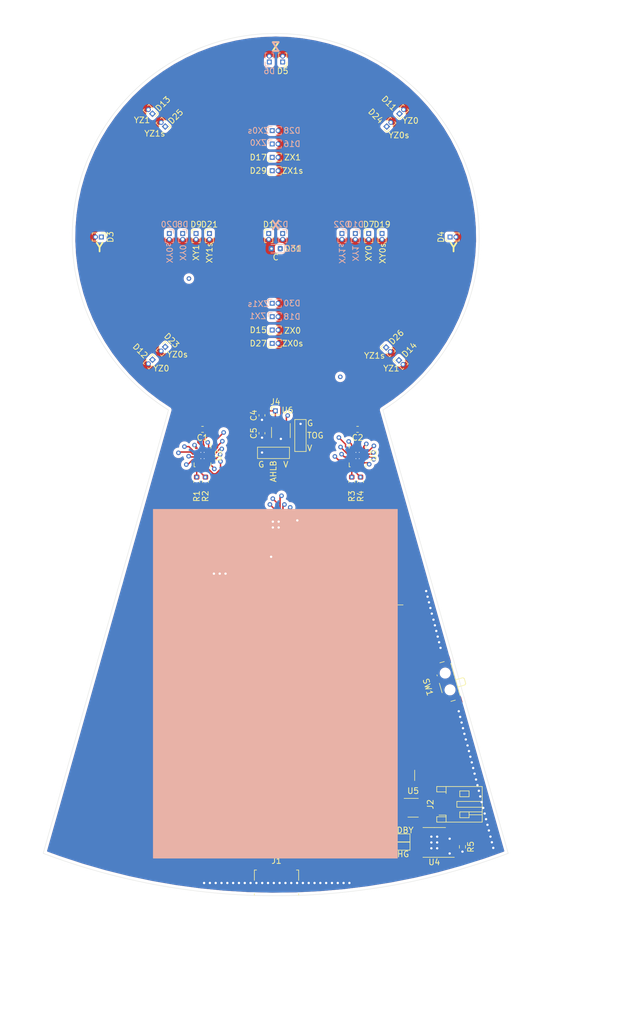
<source format=kicad_pcb>
(kicad_pcb (version 20171130) (host pcbnew "(5.1.9)-1")
  (layers (0 F.Cu signal) (1 In1.Cu signal) (2 In2.Cu signal) (31 B.Cu signal) (34 B.Paste user) (35 F.Paste user) (36 B.SilkS user hide) (37 F.SilkS user) (38 B.Mask user) (39 F.Mask user) (44 Edge.Cuts user))
  (net 0 "")
  (net 1 PairX)
  (net 2 PairY)
  (net 3 PairZ)
  (net 4 +3V3)
  (net 5 PairYZ0)
  (net 6 PairXY0)
  (net 7 PairXY1)
  (net 8 PairYZ1)
  (net 9 PairZX0)
  (net 10 PairZX1)
  (net 11 GND)
  (net 12 SPairXY0)
  (net 13 SPairXY1)
  (net 14 SPairYZ0)
  (net 15 "Net-(D25-Pad1)")
  (net 16 SPairZX0)
  (net 17 SPairZX1)
  (net 18 CentrePair)
  (net 19 SR_Reset_)
  (net 20 SR_OUTPUT_)
  (net 21 SR-DATA)
  (net 22 SR_CLK)
  (net 23 SR_STORE)
  (net 24 "Net-(U2-Pad9)")
  (net 25 "Net-(D33-Pad2)")
  (net 26 "Net-(D33-Pad1)")
  (net 27 "Net-(D34-Pad2)")
  (net 28 "Net-(D34-Pad1)")
  (net 29 "Net-(J1-Pad4)")
  (net 30 "Net-(J1-Pad3)")
  (net 31 "Net-(J1-Pad2)")
  (net 32 +VDC)
  (net 33 -BATT)
  (net 34 +BATT)
  (net 35 SW)
  (net 36 "Net-(Q2-Pad4)")
  (net 37 OC)
  (net 38 OD)
  (net 39 "Net-(R5-Pad1)")
  (net 40 "Net-(R9-Pad1)")
  (net 41 "Net-(SW1-Pad1)")
  (net 42 "Net-(U1-Pad24)")
  (net 43 UPDI)
  (net 44 "Net-(U1-Pad22)")
  (net 45 "Net-(U1-Pad21)")
  (net 46 "Net-(U1-Pad20)")
  (net 47 "Net-(U1-Pad19)")
  (net 48 "Net-(U1-Pad18)")
  (net 49 "Net-(U1-Pad17)")
  (net 50 "Net-(U1-Pad10)")
  (net 51 "Net-(U1-Pad9)")
  (net 52 "Net-(U1-Pad8)")
  (net 53 "Net-(U1-Pad7)")
  (net 54 "Net-(U1-Pad6)")
  (net 55 "Net-(U1-Pad5)")
  (net 56 "Net-(U1-Pad2)")
  (net 57 "Net-(U1-Pad1)")
  (net 58 SPairYZ1)
  (net 59 "Net-(U3-Pad9)")
  (net 60 "Net-(U5-Pad4)")
  (net 61 "Net-(R10-Pad2)")
  (net 62 "Net-(J3-Pad5)")
  (net 63 "Net-(J3-Pad4)")
  (net 64 "Net-(J3-Pad3)")
  (net 65 "Net-(C4-Pad2)")
  (net 66 "Net-(JP1-Pad2)")
  (net 67 "Net-(JP2-Pad2)")
  (net 68 Touch)
  (module Package_TO_SOT_SMD:SOT-23-6 (layer F.Cu) (at 100.89 113.62 270)
    (fp_text reference U6 (at -3.83 -1.14 180) (layer F.SilkS))
    (fp_text value TTP223-BA6)
    (pad 5 smd rect (at 1.1 0 270) (size 1.06 0.65) (layers F.Cu F.Paste F.Mask) (net 11 GND))
    (pad 6 smd rect (at 1.1 -0.95 270) (size 1.06 0.65) (layers F.Cu F.Paste F.Mask) (net 66 "Net-(JP1-Pad2)"))
    (pad 4 smd rect (at 1.1 0.95 270) (size 1.06 0.65) (layers F.Cu F.Paste F.Mask) (net 67 "Net-(JP2-Pad2)"))
    (pad 3 smd rect (at -1.1 0.95 270) (size 1.06 0.65) (layers F.Cu F.Paste F.Mask) (net 65 "Net-(C4-Pad2)"))
    (pad 2 smd rect (at -1.1 0 270) (size 1.06 0.65) (layers F.Cu F.Paste F.Mask) (net 4 +3V3))
    (pad 1 smd rect (at -1.1 -0.95 270) (size 1.06 0.65) (layers F.Cu F.Paste F.Mask) (net 68 Touch))
  )
  (module Jumper:SolderJumper-3_P2.0mm_Open_TrianglePad1.0x1.5mm_NumberLabels (layer F.Cu) (at 99.62 117.1 180)
    (fp_text reference AHLB (at 0.02 -3.204643 90) (layer F.SilkS))
    (fp_text value SolderJumper_3_Open)
    (fp_text user V (at -2.12 -2.03) (layer F.SilkS))
    (fp_text user G (at 2.11 -2.03) (layer F.SilkS))
    (pad 3 smd custom (at 2 0) (size 0.3 0.3) (layers F.Cu F.Mask) (net 11 GND) (options (clearance outline) (anchor rect)) (primitives (gr_poly (pts (xy -0.5 -0.75) (xy 0.5 -0.75) (xy 1 0) (xy 0.5 0.75) (xy -0.5 0.75)) (width 0))))
    (pad 2 smd custom (at 0 0 180) (size 0.3 0.3) (layers F.Cu) (net 67 "Net-(JP2-Pad2)") (options (clearance outline) (anchor rect)) (primitives (gr_poly (pts (xy -1.2 -0.75) (xy 1.2 -0.75) (xy 0.7 0) (xy 1.2 0.75) (xy -1.2 0.75) (xy -0.7 0)) (width 0))))
    (pad 1 smd custom (at -2 0 180) (size 0.3 0.3) (layers F.Cu F.Mask) (net 4 +3V3) (options (clearance outline) (anchor rect)) (primitives (gr_poly (pts (xy -0.5 -0.75) (xy 0.5 -0.75) (xy 1 0) (xy 0.5 0.75) (xy -0.5 0.75)) (width 0))))
  )
  (module Jumper:SolderJumper-3_P2.0mm_Open_TrianglePad1.0x1.5mm_NumberLabels (layer F.Cu) (at 104.28 114.14 90)
    (fp_text reference TOG (at 0.01 2.54 180) (layer F.SilkS))
    (fp_text value SolderJumper_3_Open)
    (fp_text user V (at -2.17 1.563809 180) (layer F.SilkS))
    (fp_text user G (at 2.12 1.635238 180) (layer F.SilkS))
    (pad 3 smd custom (at 2 0 270) (size 0.3 0.3) (layers F.Cu F.Mask) (net 11 GND) (options (clearance outline) (anchor rect)) (primitives (gr_poly (pts (xy -0.5 -0.75) (xy 0.5 -0.75) (xy 1 0) (xy 0.5 0.75) (xy -0.5 0.75)) (width 0))))
    (pad 2 smd custom (at 0 0 90) (size 0.3 0.3) (layers F.Cu) (net 66 "Net-(JP1-Pad2)") (options (clearance outline) (anchor rect)) (primitives (gr_poly (pts (xy -1.2 -0.75) (xy 1.2 -0.75) (xy 0.7 0) (xy 1.2 0.75) (xy -1.2 0.75) (xy -0.7 0)) (width 0))))
    (pad 1 smd custom (at -2 0 90) (size 0.3 0.3) (layers F.Cu F.Mask) (net 4 +3V3) (options (clearance outline) (anchor rect)) (primitives (gr_poly (pts (xy -0.5 -0.75) (xy 0.5 -0.75) (xy 1 0) (xy 0.5 0.75) (xy -0.5 0.75)) (width 0))))
  )
  (module Connector_PinHeader_1.00mm:PinHeader_1x01_P1.00mm_Vertical (layer F.Cu) (at 99.94 109.9)
    (fp_text reference J4 (at 0 -1.56) (layer F.SilkS))
    (fp_text value Conn_01x01_Female)
    (pad 1 thru_hole rect (at 0 0) (size 0.85 0.85) (drill 0.5) (layers *.Cu *.Mask) (net 65 "Net-(C4-Pad2)"))
  )
  (module Capacitor_SMD:C_0603_1608Metric (layer F.Cu) (at 97.64 113.75 90)
    (fp_text reference C5 (at 0 -1.43 90) (layer F.SilkS))
    (fp_text value 0.1uF)
    (pad 2 smd roundrect (at 0.775 0 90) (size 0.9 0.95) (layers F.Cu F.Paste F.Mask) (net 4 +3V3))
    (pad 1 smd roundrect (at -0.775 0 90) (size 0.9 0.95) (layers F.Cu F.Paste F.Mask) (net 11 GND))
  )
  (module Capacitor_SMD:C_0603_1608Metric (layer F.Cu) (at 97.64 110.67 90)
    (fp_text reference C4 (at 0 -1.43 90) (layer F.SilkS))
    (fp_text value "=< 50pF")
    (pad 2 smd roundrect (at 0.775 0 90) (size 0.9 0.95) (layers F.Cu F.Paste F.Mask) (net 65 "Net-(C4-Pad2)"))
    (pad 1 smd roundrect (at -0.775 0 90) (size 0.9 0.95) (layers F.Cu F.Paste F.Mask) (net 11 GND))
  )
  (module Resistor_SMD:R_0603_1608Metric (layer F.Cu) (at 94.08 130.23)
    (fp_text reference R10 (at 0 -1.43) (layer F.SilkS))
    (fp_text value 4.7K)
    (pad 2 smd roundrect (at 0.825 0) (size 0.8 0.95) (layers F.Cu F.Paste F.Mask) (net 61 "Net-(R10-Pad2)"))
    (pad 1 smd roundrect (at -0.825 0) (size 0.8 0.95) (layers F.Cu F.Paste F.Mask) (net 43 UPDI))
  )
  (module Connector_PinSocket_2.54mm:PinSocket_2x03_P2.54mm_Vertical_SMD (layer F.Cu) (at 92.83 135.41)
    (fp_text reference J3 (at 0 -5.31) (layer F.SilkS))
    (fp_text value Conn_02x03_Odd_Even)
    (pad 6 smd rect (at -2.52 2.54) (size 3 1) (layers F.Cu F.Paste F.Mask) (net 11 GND))
    (pad 5 smd rect (at 2.52 2.54) (size 3 1) (layers F.Cu F.Paste F.Mask) (net 62 "Net-(J3-Pad5)"))
    (pad 4 smd rect (at -2.52 0) (size 3 1) (layers F.Cu F.Paste F.Mask) (net 63 "Net-(J3-Pad4)"))
    (pad 3 smd rect (at 2.52 0) (size 3 1) (layers F.Cu F.Paste F.Mask) (net 64 "Net-(J3-Pad3)"))
    (pad 2 smd rect (at -2.52 -2.54) (size 3 1) (layers F.Cu F.Paste F.Mask) (net 4 +3V3))
    (pad 1 smd rect (at 2.52 -2.54) (size 3 1) (layers F.Cu F.Paste F.Mask) (net 43 UPDI))
  )
  (module Connector_JST:JST_PH_S2B-PH-K_1x02_P2.00mm_Horizontal (layer F.Cu) (at 129.17 178.57 90)
    (fp_text reference J2 (at 1 -2.55 90) (layer F.SilkS))
    (fp_text value Conn_02x01)
    (pad 2 smd roundrect (at 2 0 90) (size 1.2 3.5) (drill (offset 0 -1)) (layers F.Cu F.Paste F.Mask) (net 33 -BATT))
    (pad 1 connect roundrect (at 0 0 90) (size 1.2 3.5) (drill (offset 0 -1)) (layers F.Cu F.Mask) (roundrect_rratio 0.208) (net 34 +BATT))
    (pad 3 smd roundrect (at 4.45 5.7 90) (size 1.2 3.5) (drill (offset 0 -1)) (layers F.Cu F.Paste F.Mask) (net 11 GND))
    (pad 3 smd roundrect (at -2.35 5.7 90) (size 1.2 3.5) (drill (offset 0 -1)) (layers F.Cu F.Paste F.Mask) (net 11 GND))
  )
  (module Package_TO_SOT_SMD:SOT-23-6 (layer F.Cu) (at 123.64 178.16)
    (fp_text reference U5 (at 0 -2.9) (layer F.SilkS))
    (fp_text value DW01)
    (pad 5 smd rect (at 1.1 0) (size 1.06 0.65) (layers F.Cu F.Paste F.Mask) (net 34 +BATT))
    (pad 6 smd rect (at 1.1 -0.95) (size 1.06 0.65) (layers F.Cu F.Paste F.Mask) (net 33 -BATT))
    (pad 4 smd rect (at 1.1 0.95) (size 1.06 0.65) (layers F.Cu F.Paste F.Mask) (net 60 "Net-(U5-Pad4)"))
    (pad 3 smd rect (at -1.1 0.95) (size 1.06 0.65) (layers F.Cu F.Paste F.Mask) (net 37 OC))
    (pad 2 smd rect (at -1.1 0) (size 1.06 0.65) (layers F.Cu F.Paste F.Mask) (net 40 "Net-(R9-Pad1)"))
    (pad 1 smd rect (at -1.1 -0.95) (size 1.06 0.65) (layers F.Cu F.Paste F.Mask) (net 38 OD))
  )
  (module Package_SO:HSOP-8-1EP_3.9x4.9mm_P1.27mm_EP2.41x3.1mm (layer F.Cu) (at 127.28 184.12 180)
    (fp_text reference U4 (at 0 -3.4) (layer F.SilkS))
    (fp_text value TP4056X-UserLibray)
    (pad 9 smd rect (at 0 0 180) (size 2.41 3.1) (layers F.Cu F.Mask) (net 11 GND))
    (pad 8 smd roundrect (at 2.65 -1.905 180) (size 1.6 0.6) (layers F.Cu F.Paste F.Mask) (net 32 +VDC))
    (pad 7 smd roundrect (at 2.65 -0.635 180) (size 1.6 0.6) (layers F.Cu F.Paste F.Mask) (net 26 "Net-(D33-Pad1)"))
    (pad 6 smd roundrect (at 2.65 0.635 180) (size 1.6 0.6) (layers F.Cu F.Paste F.Mask) (net 28 "Net-(D34-Pad1)"))
    (pad 5 smd roundrect (at 2.65 1.905 180) (size 1.6 0.6) (layers F.Cu F.Paste F.Mask) (net 34 +BATT))
    (pad 4 smd roundrect (at -2.65 1.905 180) (size 1.6 0.6) (layers F.Cu F.Paste F.Mask) (net 32 +VDC))
    (pad 3 smd roundrect (at -2.65 0.635 180) (size 1.6 0.6) (layers F.Cu F.Paste F.Mask) (net 11 GND))
    (pad 2 smd roundrect (at -2.65 -0.635 180) (size 1.6 0.6) (layers F.Cu F.Paste F.Mask) (net 39 "Net-(R5-Pad1)"))
    (pad 1 smd roundrect (at -2.65 -1.905 180) (size 1.6 0.6) (layers F.Cu F.Paste F.Mask) (net 11 GND))
  )
  (module Button_Switch_SMD:SW_SPDT_PCM12 (layer F.Cu) (at 129.26 156.53 106)
    (fp_text reference SW1 (at 0 -3.2 106) (layer F.SilkS))
    (fp_text value SW_SPDT)
    (pad "" smd rect (at -3.65 -0.78 106) (size 1 0.8) (layers F.Cu F.Paste F.Mask))
    (pad "" smd rect (at 3.65 -0.78 106) (size 1 0.8) (layers F.Cu F.Paste F.Mask))
    (pad "" smd rect (at 3.65 1.43 106) (size 1 0.8) (layers F.Cu F.Paste F.Mask))
    (pad "" smd rect (at -3.65 1.43 106) (size 1 0.8) (layers F.Cu F.Paste F.Mask))
    (pad 3 smd rect (at 2.25 -1.43 106) (size 0.7 1.5) (layers F.Cu F.Paste F.Mask) (net 11 GND))
    (pad 2 smd rect (at 0.75 -1.43 106) (size 0.7 1.5) (layers F.Cu F.Paste F.Mask) (net 35 SW))
    (pad 1 smd rect (at -2.25 -1.43 106) (size 0.7 1.5) (layers F.Cu F.Paste F.Mask) (net 41 "Net-(SW1-Pad1)"))
    (pad "" np_thru_hole circle (at 1.5 0.33 106) (size 0.9 0.9) (drill 0.9) (layers *.Cu *.Mask))
    (pad "" np_thru_hole circle (at -1.5 0.33 106) (size 0.9 0.9) (drill 0.9) (layers *.Cu *.Mask))
  )
  (module Resistor_SMD:R_0603_1608Metric (layer F.Cu) (at 119.65 178.14 180)
    (fp_text reference R9 (at 0 -1.43) (layer F.SilkS))
    (fp_text value 1K)
    (pad 2 smd roundrect (at 0.825 0 180) (size 0.8 0.95) (layers F.Cu F.Paste F.Mask) (net 11 GND))
    (pad 1 smd roundrect (at -0.825 0 180) (size 0.8 0.95) (layers F.Cu F.Paste F.Mask) (net 40 "Net-(R9-Pad1)"))
  )
  (module Resistor_SMD:R_0603_1608Metric (layer F.Cu) (at 118.945 146.07 180)
    (fp_text reference R8 (at 0 -1.43) (layer F.SilkS))
    (fp_text value 10K)
    (pad 2 smd roundrect (at 0.825 0 180) (size 0.8 0.95) (layers F.Cu F.Paste F.Mask) (net 34 +BATT))
    (pad 1 smd roundrect (at -0.825 0 180) (size 0.8 0.95) (layers F.Cu F.Paste F.Mask) (net 35 SW))
  )
  (module Resistor_SMD:R_0603_1608Metric (layer F.Cu) (at 117.9 183.33)
    (fp_text reference R7 (at 0 -1.43) (layer F.SilkS))
    (fp_text value 1K)
    (pad 2 smd roundrect (at 0.825 0) (size 0.8 0.95) (layers F.Cu F.Paste F.Mask) (net 27 "Net-(D34-Pad2)"))
    (pad 1 smd roundrect (at -0.825 0) (size 0.8 0.95) (layers F.Cu F.Paste F.Mask) (net 32 +VDC))
  )
  (module Resistor_SMD:R_0603_1608Metric (layer F.Cu) (at 117.9 184.85)
    (fp_text reference R6 (at 0 -1.43) (layer F.SilkS))
    (fp_text value 1K)
    (pad 2 smd roundrect (at 0.825 0) (size 0.8 0.95) (layers F.Cu F.Paste F.Mask) (net 25 "Net-(D33-Pad2)"))
    (pad 1 smd roundrect (at -0.825 0) (size 0.8 0.95) (layers F.Cu F.Paste F.Mask) (net 32 +VDC))
  )
  (module Resistor_SMD:R_0603_1608Metric (layer F.Cu) (at 132.13 184.88 270)
    (fp_text reference R5 (at 0 -1.43 90) (layer F.SilkS))
    (fp_text value 10K)
    (pad 2 smd roundrect (at 0.825 0 270) (size 0.8 0.95) (layers F.Cu F.Paste F.Mask) (net 11 GND))
    (pad 1 smd roundrect (at -0.825 0 270) (size 0.8 0.95) (layers F.Cu F.Paste F.Mask) (net 39 "Net-(R5-Pad1)"))
  )
  (module Package_TO_SOT_SMD:SOT-23-6 (layer F.Cu) (at 122.3 172.59 90)
    (fp_text reference Q2 (at 0 -2.9 90) (layer F.SilkS))
    (fp_text value FS8205a)
    (pad 5 smd rect (at 1.1 0 90) (size 1.06 0.65) (layers F.Cu F.Paste F.Mask) (net 33 -BATT))
    (pad 6 smd rect (at 1.1 -0.95 90) (size 1.06 0.65) (layers F.Cu F.Paste F.Mask) (net 36 "Net-(Q2-Pad4)"))
    (pad 4 smd rect (at 1.1 0.95 90) (size 1.06 0.65) (layers F.Cu F.Paste F.Mask) (net 36 "Net-(Q2-Pad4)"))
    (pad 3 smd rect (at -1.1 0.95 90) (size 1.06 0.65) (layers F.Cu F.Paste F.Mask) (net 37 OC))
    (pad 2 smd rect (at -1.1 0 90) (size 1.06 0.65) (layers F.Cu F.Paste F.Mask) (net 11 GND))
    (pad 1 smd rect (at -1.1 -0.95 90) (size 1.06 0.65) (layers F.Cu F.Paste F.Mask) (net 38 OD))
  )
  (module Package_TO_SOT_SMD:TO-252-2 (layer F.Cu) (at 116.615 140.095 180)
    (fp_text reference Q1 (at 0 -4.5) (layer F.SilkS))
    (fp_text value Q_PMOS_GDS)
    (pad 2 smd rect (at 2.1 0 180) (size 6.4 5.8) (layers F.Cu F.Mask) (net 34 +BATT))
    (pad 3 smd rect (at -4.2 2.28 180) (size 2.2 1.2) (layers F.Cu F.Paste F.Mask) (net 4 +3V3))
    (pad 1 smd rect (at -4.2 -2.28 180) (size 2.2 1.2) (layers F.Cu F.Paste F.Mask) (net 35 SW))
  )
  (module Connector_USB:USB_Micro-B_Molex_47346-0001 (layer F.Cu) (at 100.14 190.58)
    (fp_text reference J1 (at 0 -3.3 180) (layer F.SilkS))
    (fp_text value USB_B_Micro)
    (pad 6 smd rect (at 1.55 1.2) (size 1 1.9) (layers F.Cu F.Paste F.Mask) (net 11 GND))
    (pad 6 smd rect (at -1.15 1.2) (size 1.8 1.9) (layers F.Cu F.Paste F.Mask) (net 11 GND))
    (pad 6 smd rect (at 3.375 1.2) (size 1.65 1.3) (layers F.Cu F.Paste F.Mask) (net 11 GND))
    (pad 6 smd rect (at -3.375 1.2) (size 1.65 1.3) (layers F.Cu F.Paste F.Mask) (net 11 GND))
    (pad 6 smd rect (at 2.4875 -1.375) (size 1.425 1.55) (layers F.Cu F.Paste F.Mask) (net 11 GND))
    (pad 6 smd rect (at -2.4875 -1.375) (size 1.425 1.55) (layers F.Cu F.Paste F.Mask) (net 11 GND))
    (pad 5 smd rect (at 1.3 -1.46) (size 0.45 1.38) (layers F.Cu F.Paste F.Mask) (net 11 GND))
    (pad 4 smd rect (at 0.65 -1.46) (size 0.45 1.38) (layers F.Cu F.Paste F.Mask) (net 29 "Net-(J1-Pad4)"))
    (pad 3 smd rect (at 0 -1.46) (size 0.45 1.38) (layers F.Cu F.Paste F.Mask) (net 30 "Net-(J1-Pad3)"))
    (pad 2 smd rect (at -0.65 -1.46) (size 0.45 1.38) (layers F.Cu F.Paste F.Mask) (net 31 "Net-(J1-Pad2)"))
    (pad 1 smd rect (at -1.3 -1.46) (size 0.45 1.38) (layers F.Cu F.Paste F.Mask) (net 32 +VDC))
  )
  (module LED_SMD:LED_0603_1608Metric_Castellated (layer F.Cu) (at 121.42 183.34 180)
    (fp_text reference STDBY (at 0 1.31) (layer F.SilkS))
    (fp_text value LED)
    (pad 2 smd roundrect (at 0.8125 0 180) (size 1.225 0.85) (layers F.Cu F.Paste F.Mask) (net 27 "Net-(D34-Pad2)"))
    (pad 1 smd roundrect (at -0.8125 0 180) (size 1.225 0.85) (layers F.Cu F.Paste F.Mask) (net 28 "Net-(D34-Pad1)"))
  )
  (module LED_SMD:LED_0603_1608Metric_Castellated (layer F.Cu) (at 121.42 184.76 180)
    (fp_text reference CHG (at 0 -1.38) (layer F.SilkS))
    (fp_text value LED)
    (pad 2 smd roundrect (at 0.8125 0 180) (size 1.225 0.85) (layers F.Cu F.Paste F.Mask) (net 25 "Net-(D33-Pad2)"))
    (pad 1 smd roundrect (at -0.8125 0 180) (size 1.225 0.85) (layers F.Cu F.Paste F.Mask) (net 26 "Net-(D33-Pad1)"))
  )
  (module Connector_PinHeader_1.00mm:PinHeader_1x02_P1.00mm_Vertical (layer F.Cu) (at 78.8 58.8 225)
    (fp_text reference D13 (at -2.474874 -0.070711 45) (layer F.SilkS))
    (fp_text value LED_ALT)
    (pad 2 thru_hole oval (at 0 1 225) (size 0.85 0.85) (drill 0.5) (layers *.Cu *.Mask) (net 4 +3V3))
    (pad 1 thru_hole rect (at 0 0 225) (size 0.85 0.85) (drill 0.5) (layers *.Cu *.Mask) (net 8 PairYZ1))
  )
  (module Connector_PinHeader_1.00mm:PinHeader_1x02_P1.00mm_Vertical (layer F.Cu) (at 121.3 58.8 135)
    (fp_text reference D11 (at 2.545584 0 135) (layer F.SilkS))
    (fp_text value LED_ALT)
    (pad 2 thru_hole oval (at 0 1 135) (size 0.85 0.85) (drill 0.5) (layers *.Cu *.Mask) (net 4 +3V3))
    (pad 1 thru_hole rect (at 0 0 135) (size 0.85 0.85) (drill 0.5) (layers *.Cu *.Mask) (net 5 PairYZ0))
  )
  (module Connector_PinHeader_1.00mm:PinHeader_1x02_P1.00mm_Vertical (layer F.Cu) (at 121.2 101.2 45)
    (fp_text reference D14 (at 2.545584 0 45) (layer F.SilkS))
    (fp_text value LED_ALT)
    (pad 2 thru_hole oval (at 0 1 45) (size 0.85 0.85) (drill 0.5) (layers *.Cu *.Mask) (net 4 +3V3))
    (pad 1 thru_hole rect (at 0 0 45) (size 0.85 0.85) (drill 0.5) (layers *.Cu *.Mask) (net 8 PairYZ1))
  )
  (module Connector_PinHeader_1.00mm:PinHeader_1x02_P1.00mm_Vertical (layer F.Cu) (at 78.8 101.1 315)
    (fp_text reference D12 (at -2.545584 0.424264 135) (layer F.SilkS))
    (fp_text value LED_ALT)
    (pad 2 thru_hole oval (at 0 1 315) (size 0.85 0.85) (drill 0.5) (layers *.Cu *.Mask) (net 4 +3V3))
    (pad 1 thru_hole rect (at 0 0 315) (size 0.85 0.85) (drill 0.5) (layers *.Cu *.Mask) (net 5 PairYZ0))
  )
  (module LED_SMD:LED_0603_1608Metric (layer B.Cu) (at 100 82 180)
    (fp_text reference D32 (at -3 0 180) (layer B.SilkS) (effects (justify mirror)))
    (fp_text value LED_ALT)
    (pad 2 smd roundrect (at 0.7875 0 180) (size 0.875 0.95) (layers B.Cu B.Paste B.Mask) (net 4 +3V3))
    (pad 1 smd roundrect (at -0.7875 0 180) (size 0.875 0.95) (layers B.Cu B.Paste B.Mask) (net 18 CentrePair))
  )
  (module LED_SMD:LED_0603_1608Metric (layer F.Cu) (at 100 82 180)
    (fp_text reference D31 (at -3 0) (layer F.SilkS))
    (fp_text value LED_ALT)
    (pad 2 smd roundrect (at 0.7875 0 180) (size 0.875 0.95) (layers F.Cu F.Paste F.Mask) (net 4 +3V3))
    (pad 1 smd roundrect (at -0.7875 0 180) (size 0.875 0.95) (layers F.Cu F.Paste F.Mask) (net 18 CentrePair))
  )
  (module UserFootprints:DHVQFN-16_EP_3.6x2.6_Pitch0.5mm (layer F.Cu) (at 114.09 117.58 270)
    (fp_text reference U3 (at 0 -2.75 90) (layer F.SilkS))
    (fp_text value NPIC6C596A)
    (pad 17 thru_hole circle (at 0.5375 0.2875 270) (size 0.2875 0.2875) (drill 0.14375) (layers *.Cu *.Mask) (net 11 GND))
    (pad 17 thru_hole circle (at 0.5375 -0.2875 270) (size 0.2875 0.2875) (drill 0.14375) (layers *.Cu *.Mask) (net 11 GND))
    (pad 17 thru_hole circle (at -0.5375 0.2875 270) (size 0.2875 0.2875) (drill 0.14375) (layers *.Cu *.Mask) (net 11 GND))
    (pad 17 thru_hole circle (at -0.5375 -0.2875 270) (size 0.2875 0.2875) (drill 0.14375) (layers *.Cu *.Mask) (net 11 GND))
    (pad 17 smd rect (at 0.5375 0.2875 270) (size 1.075 0.575) (layers F.Cu F.Paste F.Mask) (net 11 GND))
    (pad 17 smd rect (at 0.5375 -0.2875 270) (size 1.075 0.575) (layers F.Cu F.Paste F.Mask) (net 11 GND))
    (pad 17 smd rect (at -0.5375 0.2875 270) (size 1.075 0.575) (layers F.Cu F.Paste F.Mask) (net 11 GND))
    (pad 17 smd rect (at -0.5375 -0.2875 270) (size 1.075 0.575) (layers F.Cu F.Paste F.Mask) (net 11 GND))
    (pad 16 smd oval (at -1.55 -0.25) (size 0.3 0.5) (layers F.Cu F.Paste F.Mask) (net 11 GND))
    (pad 15 smd oval (at -1.25 -1.05 270) (size 0.3 0.5) (layers F.Cu F.Paste F.Mask) (net 22 SR_CLK))
    (pad 14 smd oval (at -0.75 -1.05 270) (size 0.3 0.5) (layers F.Cu F.Paste F.Mask) (net 18 CentrePair))
    (pad 13 smd oval (at -0.25 -1.05 270) (size 0.3 0.5) (layers F.Cu F.Paste F.Mask) (net 17 SPairZX1))
    (pad 12 smd oval (at 0.25 -1.05 90) (size 0.3 0.5) (layers F.Cu F.Paste F.Mask) (net 16 SPairZX0))
    (pad 11 smd oval (at 0.75 -1.05 90) (size 0.3 0.5) (layers F.Cu F.Paste F.Mask) (net 58 SPairYZ1))
    (pad 10 smd oval (at 1.25 -1.05 90) (size 0.3 0.5) (layers F.Cu F.Paste F.Mask) (net 23 SR_STORE))
    (pad 9 smd oval (at 1.55 -0.25) (size 0.3 0.5) (layers F.Cu F.Paste F.Mask) (net 59 "Net-(U3-Pad9)"))
    (pad 8 smd oval (at 1.55 0.25) (size 0.3 0.5) (layers F.Cu F.Paste F.Mask) (net 20 SR_OUTPUT_))
    (pad 7 smd oval (at 1.25 1.05 270) (size 0.3 0.5) (layers F.Cu F.Paste F.Mask) (net 19 SR_Reset_))
    (pad 6 smd oval (at 0.75 1.05 270) (size 0.3 0.5) (layers F.Cu F.Paste F.Mask) (net 14 SPairYZ0))
    (pad 5 smd oval (at 0.25 1.05 270) (size 0.3 0.5) (layers F.Cu F.Paste F.Mask) (net 13 SPairXY1))
    (pad 4 smd oval (at -0.25 1.05 90) (size 0.3 0.5) (layers F.Cu F.Paste F.Mask) (net 12 SPairXY0))
    (pad 3 smd oval (at -0.75 1.05 90) (size 0.3 0.5) (layers F.Cu F.Paste F.Mask) (net 10 PairZX1))
    (pad 2 smd oval (at -1.25 1.05 90) (size 0.3 0.5) (layers F.Cu F.Paste F.Mask) (net 24 "Net-(U2-Pad9)"))
    (pad 1 smd oval (at -1.55 0.25) (size 0.3 0.5) (layers F.Cu F.Paste F.Mask) (net 4 +3V3))
  )
  (module UserFootprints:DHVQFN-16_EP_3.6x2.6_Pitch0.5mm (layer F.Cu) (at 87.41 117.58 270)
    (fp_text reference U2 (at 0 -2.75 90) (layer F.SilkS))
    (fp_text value NPIC6C596A)
    (pad 17 thru_hole circle (at 0.5375 0.2875 270) (size 0.2875 0.2875) (drill 0.14375) (layers *.Cu *.Mask) (net 11 GND))
    (pad 17 thru_hole circle (at 0.5375 -0.2875 270) (size 0.2875 0.2875) (drill 0.14375) (layers *.Cu *.Mask) (net 11 GND))
    (pad 17 thru_hole circle (at -0.5375 0.2875 270) (size 0.2875 0.2875) (drill 0.14375) (layers *.Cu *.Mask) (net 11 GND))
    (pad 17 thru_hole circle (at -0.5375 -0.2875 270) (size 0.2875 0.2875) (drill 0.14375) (layers *.Cu *.Mask) (net 11 GND))
    (pad 17 smd rect (at 0.5375 0.2875 270) (size 1.075 0.575) (layers F.Cu F.Paste F.Mask) (net 11 GND))
    (pad 17 smd rect (at 0.5375 -0.2875 270) (size 1.075 0.575) (layers F.Cu F.Paste F.Mask) (net 11 GND))
    (pad 17 smd rect (at -0.5375 0.2875 270) (size 1.075 0.575) (layers F.Cu F.Paste F.Mask) (net 11 GND))
    (pad 17 smd rect (at -0.5375 -0.2875 270) (size 1.075 0.575) (layers F.Cu F.Paste F.Mask) (net 11 GND))
    (pad 16 smd oval (at -1.55 -0.25) (size 0.3 0.5) (layers F.Cu F.Paste F.Mask) (net 11 GND))
    (pad 15 smd oval (at -1.25 -1.05 270) (size 0.3 0.5) (layers F.Cu F.Paste F.Mask) (net 22 SR_CLK))
    (pad 14 smd oval (at -0.75 -1.05 270) (size 0.3 0.5) (layers F.Cu F.Paste F.Mask) (net 9 PairZX0))
    (pad 13 smd oval (at -0.25 -1.05 270) (size 0.3 0.5) (layers F.Cu F.Paste F.Mask) (net 8 PairYZ1))
    (pad 12 smd oval (at 0.25 -1.05 90) (size 0.3 0.5) (layers F.Cu F.Paste F.Mask) (net 7 PairXY1))
    (pad 11 smd oval (at 0.75 -1.05 90) (size 0.3 0.5) (layers F.Cu F.Paste F.Mask) (net 5 PairYZ0))
    (pad 10 smd oval (at 1.25 -1.05 90) (size 0.3 0.5) (layers F.Cu F.Paste F.Mask) (net 23 SR_STORE))
    (pad 9 smd oval (at 1.55 -0.25) (size 0.3 0.5) (layers F.Cu F.Paste F.Mask) (net 24 "Net-(U2-Pad9)"))
    (pad 8 smd oval (at 1.55 0.25) (size 0.3 0.5) (layers F.Cu F.Paste F.Mask) (net 20 SR_OUTPUT_))
    (pad 7 smd oval (at 1.25 1.05 270) (size 0.3 0.5) (layers F.Cu F.Paste F.Mask) (net 19 SR_Reset_))
    (pad 6 smd oval (at 0.75 1.05 270) (size 0.3 0.5) (layers F.Cu F.Paste F.Mask) (net 6 PairXY0))
    (pad 5 smd oval (at 0.25 1.05 270) (size 0.3 0.5) (layers F.Cu F.Paste F.Mask) (net 3 PairZ))
    (pad 4 smd oval (at -0.25 1.05 90) (size 0.3 0.5) (layers F.Cu F.Paste F.Mask) (net 2 PairY))
    (pad 3 smd oval (at -0.75 1.05 90) (size 0.3 0.5) (layers F.Cu F.Paste F.Mask) (net 1 PairX))
    (pad 2 smd oval (at -1.25 1.05 90) (size 0.3 0.5) (layers F.Cu F.Paste F.Mask) (net 21 SR-DATA))
    (pad 1 smd oval (at -1.55 0.25) (size 0.3 0.5) (layers F.Cu F.Paste F.Mask) (net 4 +3V3))
  )
  (module Package_DFN_QFN:QFN-24-1EP_4x4mm_P0.5mm_EP2.6x2.6mm (layer F.Cu) (at 100 129.5 90)
    (fp_text reference U1 (at 0 -3.3 90) (layer F.SilkS))
    (fp_text value ATtiny1607-M)
    (pad 24 smd roundrect (at -1.25 -1.9375 90) (size 0.25 0.825) (layers F.Cu F.Paste F.Mask) (net 42 "Net-(U1-Pad24)"))
    (pad 23 smd roundrect (at -0.75 -1.9375 90) (size 0.25 0.825) (layers F.Cu F.Paste F.Mask) (net 61 "Net-(R10-Pad2)"))
    (pad 22 smd roundrect (at -0.25 -1.9375 90) (size 0.25 0.825) (layers F.Cu F.Paste F.Mask) (net 44 "Net-(U1-Pad22)"))
    (pad 21 smd roundrect (at 0.25 -1.9375 90) (size 0.25 0.825) (layers F.Cu F.Paste F.Mask) (net 45 "Net-(U1-Pad21)"))
    (pad 20 smd roundrect (at 0.75 -1.9375 90) (size 0.25 0.825) (layers F.Cu F.Paste F.Mask) (net 46 "Net-(U1-Pad20)"))
    (pad 19 smd roundrect (at 1.25 -1.9375 90) (size 0.25 0.825) (layers F.Cu F.Paste F.Mask) (net 47 "Net-(U1-Pad19)"))
    (pad 18 smd roundrect (at 1.9375 -1.25 90) (size 0.825 0.25) (layers F.Cu F.Paste F.Mask) (net 48 "Net-(U1-Pad18)"))
    (pad 17 smd roundrect (at 1.9375 -0.75 90) (size 0.825 0.25) (layers F.Cu F.Paste F.Mask) (net 49 "Net-(U1-Pad17)"))
    (pad 16 smd roundrect (at 1.9375 -0.25 90) (size 0.825 0.25) (layers F.Cu F.Paste F.Mask) (net 21 SR-DATA))
    (pad 15 smd roundrect (at 1.9375 0.25 90) (size 0.825 0.25) (layers F.Cu F.Paste F.Mask) (net 22 SR_CLK))
    (pad 14 smd roundrect (at 1.9375 0.75 90) (size 0.825 0.25) (layers F.Cu F.Paste F.Mask) (net 23 SR_STORE))
    (pad 13 smd roundrect (at 1.9375 1.25 90) (size 0.825 0.25) (layers F.Cu F.Paste F.Mask) (net 19 SR_Reset_))
    (pad 12 smd roundrect (at 1.25 1.9375 90) (size 0.25 0.825) (layers F.Cu F.Paste F.Mask) (net 20 SR_OUTPUT_))
    (pad 11 smd roundrect (at 0.75 1.9375 90) (size 0.25 0.825) (layers F.Cu F.Paste F.Mask) (net 68 Touch))
    (pad 10 smd roundrect (at 0.25 1.9375 90) (size 0.25 0.825) (layers F.Cu F.Paste F.Mask) (net 50 "Net-(U1-Pad10)"))
    (pad 9 smd roundrect (at -0.25 1.9375 90) (size 0.25 0.825) (layers F.Cu F.Paste F.Mask) (net 51 "Net-(U1-Pad9)"))
    (pad 8 smd roundrect (at -0.75 1.9375 90) (size 0.25 0.825) (layers F.Cu F.Paste F.Mask) (net 52 "Net-(U1-Pad8)"))
    (pad 7 smd roundrect (at -1.25 1.9375 90) (size 0.25 0.825) (layers F.Cu F.Paste F.Mask) (net 53 "Net-(U1-Pad7)"))
    (pad 6 smd roundrect (at -1.9375 1.25 90) (size 0.825 0.25) (layers F.Cu F.Paste F.Mask) (net 54 "Net-(U1-Pad6)"))
    (pad 5 smd roundrect (at -1.9375 0.75 90) (size 0.825 0.25) (layers F.Cu F.Paste F.Mask) (net 55 "Net-(U1-Pad5)"))
    (pad 4 smd roundrect (at -1.9375 0.25 90) (size 0.825 0.25) (layers F.Cu F.Paste F.Mask) (net 4 +3V3))
    (pad 3 smd roundrect (at -1.9375 -0.25 90) (size 0.825 0.25) (layers F.Cu F.Paste F.Mask) (net 11 GND))
    (pad 2 smd roundrect (at -1.9375 -0.75 90) (size 0.825 0.25) (layers F.Cu F.Paste F.Mask) (net 56 "Net-(U1-Pad2)"))
    (pad 1 smd roundrect (at -1.9375 -1.25 90) (size 0.825 0.25) (layers F.Cu F.Paste F.Mask) (net 57 "Net-(U1-Pad1)"))
    (pad 25 smd roundrect (at 0 0 90) (size 2.6 2.6) (layers F.Cu F.Mask) (roundrect_rratio 0.096154) (net 11 GND))
  )
  (module Resistor_SMD:R_0603_1608Metric (layer F.Cu) (at 114.59 122.08 270)
    (fp_text reference R4 (at 2.5 0 90) (layer F.SilkS))
    (fp_text value 100K)
    (pad 1 smd roundrect (at -0.7875 0 270) (size 0.875 0.95) (layers F.Cu F.Paste F.Mask) (net 20 SR_OUTPUT_))
    (pad 2 smd roundrect (at 0.7875 0 270) (size 0.875 0.95) (layers F.Cu F.Paste F.Mask) (net 4 +3V3))
  )
  (module Resistor_SMD:R_0603_1608Metric (layer F.Cu) (at 113.09 122.08 270)
    (fp_text reference R3 (at 2.5 0 90) (layer F.SilkS))
    (fp_text value 100K)
    (pad 2 smd roundrect (at 0.7875 0 270) (size 0.875 0.95) (layers F.Cu F.Paste F.Mask) (net 4 +3V3))
    (pad 1 smd roundrect (at -0.7875 0 270) (size 0.875 0.95) (layers F.Cu F.Paste F.Mask) (net 19 SR_Reset_))
  )
  (module Resistor_SMD:R_0603_1608Metric (layer F.Cu) (at 87.91 122.08 270)
    (fp_text reference R2 (at 2.5 0 90) (layer F.SilkS))
    (fp_text value 100K)
    (pad 2 smd roundrect (at 0.7875 0 270) (size 0.875 0.95) (layers F.Cu F.Paste F.Mask) (net 4 +3V3))
    (pad 1 smd roundrect (at -0.7875 0 270) (size 0.875 0.95) (layers F.Cu F.Paste F.Mask) (net 20 SR_OUTPUT_))
  )
  (module Resistor_SMD:R_0603_1608Metric (layer F.Cu) (at 86.41 122.08 270)
    (fp_text reference R1 (at 2.5 0 90) (layer F.SilkS))
    (fp_text value 100K)
    (pad 2 smd roundrect (at 0.7875 0 270) (size 0.875 0.95) (layers F.Cu F.Paste F.Mask) (net 4 +3V3))
    (pad 1 smd roundrect (at -0.7875 0 270) (size 0.875 0.95) (layers F.Cu F.Paste F.Mask) (net 19 SR_Reset_))
  )
  (module Connector_PinHeader_1.00mm:PinHeader_1x02_P1.00mm_Vertical (layer B.Cu) (at 99.4 91.4 270)
    (fp_text reference D30 (at 0 -3.4 180) (layer B.SilkS) (effects (justify mirror)))
    (fp_text value LED_ALT)
    (pad 2 thru_hole oval (at 0 -1 270) (size 0.85 0.85) (drill 0.5) (layers *.Cu *.Mask) (net 4 +3V3))
    (pad 1 thru_hole rect (at 0 0 270) (size 0.85 0.85) (drill 0.5) (layers *.Cu *.Mask) (net 17 SPairZX1))
  )
  (module Connector_PinHeader_1.00mm:PinHeader_1x02_P1.00mm_Vertical (layer F.Cu) (at 99.4 68.6 90)
    (fp_text reference D29 (at 0 -2.4 180) (layer F.SilkS))
    (fp_text value LED_ALT)
    (pad 2 thru_hole oval (at 0 1 90) (size 0.85 0.85) (drill 0.5) (layers *.Cu *.Mask) (net 4 +3V3))
    (pad 1 thru_hole rect (at 0 0 90) (size 0.85 0.85) (drill 0.5) (layers *.Cu *.Mask) (net 17 SPairZX1))
  )
  (module Connector_PinHeader_1.00mm:PinHeader_1x02_P1.00mm_Vertical (layer B.Cu) (at 99.4 61.7 270)
    (fp_text reference D28 (at 0 -3.4 180) (layer B.SilkS) (effects (justify mirror)))
    (fp_text value LED_ALT)
    (pad 2 thru_hole oval (at 0 -1 270) (size 0.85 0.85) (drill 0.5) (layers *.Cu *.Mask) (net 4 +3V3))
    (pad 1 thru_hole rect (at 0 0 270) (size 0.85 0.85) (drill 0.5) (layers *.Cu *.Mask) (net 16 SPairZX0))
  )
  (module Connector_PinHeader_1.00mm:PinHeader_1x02_P1.00mm_Vertical (layer F.Cu) (at 99.4 98.3 90)
    (fp_text reference D27 (at 0 -2.4 180) (layer F.SilkS))
    (fp_text value LED_ALT)
    (pad 2 thru_hole oval (at 0 1 90) (size 0.85 0.85) (drill 0.5) (layers *.Cu *.Mask) (net 4 +3V3))
    (pad 1 thru_hole rect (at 0 0 90) (size 0.85 0.85) (drill 0.5) (layers *.Cu *.Mask) (net 16 SPairZX0))
  )
  (module Connector_PinHeader_1.00mm:PinHeader_1x02_P1.00mm_Vertical (layer F.Cu) (at 119 99 45)
    (fp_text reference D26 (at 2.5 0 45) (layer F.SilkS))
    (fp_text value LED_ALT)
    (pad 2 thru_hole oval (at 0 1 45) (size 0.85 0.85) (drill 0.5) (layers *.Cu *.Mask) (net 4 +3V3))
    (pad 1 thru_hole rect (at 0 0 45) (size 0.85 0.85) (drill 0.5) (layers *.Cu *.Mask) (net 15 "Net-(D25-Pad1)"))
  )
  (module Connector_PinHeader_1.00mm:PinHeader_1x02_P1.00mm_Vertical (layer F.Cu) (at 81 61 225)
    (fp_text reference D25 (at -2.474874 -0.070711 45) (layer F.SilkS))
    (fp_text value LED_ALT)
    (pad 2 thru_hole oval (at 0 1 225) (size 0.85 0.85) (drill 0.5) (layers *.Cu *.Mask) (net 4 +3V3))
    (pad 1 thru_hole rect (at 0 0 225) (size 0.85 0.85) (drill 0.5) (layers *.Cu *.Mask) (net 15 "Net-(D25-Pad1)"))
  )
  (module Connector_PinHeader_1.00mm:PinHeader_1x02_P1.00mm_Vertical (layer F.Cu) (at 119.1 61 135)
    (fp_text reference D24 (at 2.616295 -0.070711 315) (layer F.SilkS))
    (fp_text value LED_ALT)
    (pad 2 thru_hole oval (at 0 1 135) (size 0.85 0.85) (drill 0.5) (layers *.Cu *.Mask) (net 4 +3V3))
    (pad 1 thru_hole rect (at 0 0 135) (size 0.85 0.85) (drill 0.5) (layers *.Cu *.Mask) (net 14 SPairYZ0))
  )
  (module Connector_PinHeader_1.00mm:PinHeader_1x02_P1.00mm_Vertical (layer F.Cu) (at 81 98.9 315)
    (fp_text reference D23 (at 0 -1.56 135) (layer F.SilkS))
    (fp_text value LED_ALT)
    (pad 2 thru_hole oval (at 0 1 315) (size 0.85 0.85) (drill 0.5) (layers *.Cu *.Mask) (net 4 +3V3))
    (pad 1 thru_hole rect (at 0 0 315) (size 0.85 0.85) (drill 0.5) (layers *.Cu *.Mask) (net 14 SPairYZ0))
  )
  (module Connector_PinHeader_1.00mm:PinHeader_1x02_P1.00mm_Vertical (layer B.Cu) (at 111.4 79.4 180)
    (fp_text reference D22 (at 0 1.56) (layer B.SilkS) (effects (justify mirror)))
    (fp_text value LED_ALT)
    (pad 2 thru_hole oval (at 0 -1 180) (size 0.85 0.85) (drill 0.5) (layers *.Cu *.Mask) (net 4 +3V3))
    (pad 1 thru_hole rect (at 0 0 180) (size 0.85 0.85) (drill 0.5) (layers *.Cu *.Mask) (net 13 SPairXY1))
  )
  (module Connector_PinHeader_1.00mm:PinHeader_1x02_P1.00mm_Vertical (layer F.Cu) (at 88.6 79.4)
    (fp_text reference D21 (at 0 -1.56) (layer F.SilkS))
    (fp_text value LED_ALT)
    (pad 2 thru_hole oval (at 0 1) (size 0.85 0.85) (drill 0.5) (layers *.Cu *.Mask) (net 4 +3V3))
    (pad 1 thru_hole rect (at 0 0) (size 0.85 0.85) (drill 0.5) (layers *.Cu *.Mask) (net 13 SPairXY1))
  )
  (module Connector_PinHeader_1.00mm:PinHeader_1x02_P1.00mm_Vertical (layer B.Cu) (at 81.7 79.4 180)
    (fp_text reference D20 (at 0 1.56) (layer B.SilkS) (effects (justify mirror)))
    (fp_text value LED_ALT)
    (pad 2 thru_hole oval (at 0 -1 180) (size 0.85 0.85) (drill 0.5) (layers *.Cu *.Mask) (net 4 +3V3))
    (pad 1 thru_hole rect (at 0 0 180) (size 0.85 0.85) (drill 0.5) (layers *.Cu *.Mask) (net 12 SPairXY0))
  )
  (module Connector_PinHeader_1.00mm:PinHeader_1x02_P1.00mm_Vertical (layer F.Cu) (at 118.3 79.4)
    (fp_text reference D19 (at 0 -1.56) (layer F.SilkS))
    (fp_text value LED_ALT)
    (pad 2 thru_hole oval (at 0 1) (size 0.85 0.85) (drill 0.5) (layers *.Cu *.Mask) (net 4 +3V3))
    (pad 1 thru_hole rect (at 0 0) (size 0.85 0.85) (drill 0.5) (layers *.Cu *.Mask) (net 12 SPairXY0))
  )
  (module Capacitor_SMD:C_0603_1608Metric (layer F.Cu) (at 100 135)
    (fp_text reference C3 (at 0 -1.43) (layer F.SilkS))
    (fp_text value C)
    (pad 2 smd roundrect (at 0.7875 0) (size 0.875 0.95) (layers F.Cu F.Paste F.Mask) (net 4 +3V3))
    (pad 1 smd roundrect (at -0.7875 0) (size 0.875 0.95) (layers F.Cu F.Paste F.Mask) (net 11 GND))
  )
  (module Capacitor_SMD:C_0603_1608Metric (layer F.Cu) (at 114.09 113.08 180)
    (fp_text reference C2 (at 0 -1.43) (layer F.SilkS))
    (fp_text value C)
    (pad 2 smd roundrect (at 0.7875 0 180) (size 0.875 0.95) (layers F.Cu F.Paste F.Mask) (net 4 +3V3))
    (pad 1 smd roundrect (at -0.7875 0 180) (size 0.875 0.95) (layers F.Cu F.Paste F.Mask) (net 11 GND))
  )
  (module Capacitor_SMD:C_0603_1608Metric (layer F.Cu) (at 87.41 113.08 180)
    (fp_text reference C1 (at 0 -1.43) (layer F.SilkS))
    (fp_text value C)
    (pad 2 smd roundrect (at 0.7875 0 180) (size 0.875 0.95) (layers F.Cu F.Paste F.Mask) (net 4 +3V3))
    (pad 1 smd roundrect (at -0.7875 0 180) (size 0.875 0.95) (layers F.Cu F.Paste F.Mask) (net 11 GND))
  )
  (module Connector_PinHeader_1.00mm:PinHeader_1x02_P1.00mm_Vertical (layer B.Cu) (at 99.4 93.7 270)
    (fp_text reference D18 (at 0 -3.4 180) (layer B.SilkS) (effects (justify mirror)))
    (fp_text value LED_ALT)
    (pad 1 thru_hole rect (at 0 0 270) (size 0.85 0.85) (drill 0.5) (layers *.Cu *.Mask) (net 10 PairZX1))
    (pad 2 thru_hole oval (at 0 -1 270) (size 0.85 0.85) (drill 0.5) (layers *.Cu *.Mask) (net 4 +3V3))
  )
  (module Connector_PinHeader_1.00mm:PinHeader_1x02_P1.00mm_Vertical (layer F.Cu) (at 99.4 66.3 90)
    (fp_text reference D17 (at 0 -2.4 180) (layer F.SilkS))
    (fp_text value LED_ALT)
    (pad 1 thru_hole rect (at 0 0 90) (size 0.85 0.85) (drill 0.5) (layers *.Cu *.Mask) (net 10 PairZX1))
    (pad 2 thru_hole oval (at 0 1 90) (size 0.85 0.85) (drill 0.5) (layers *.Cu *.Mask) (net 4 +3V3))
  )
  (module Connector_PinHeader_1.00mm:PinHeader_1x02_P1.00mm_Vertical (layer B.Cu) (at 99.4 64 270)
    (fp_text reference D16 (at 0 -3.4 180) (layer B.SilkS) (effects (justify mirror)))
    (fp_text value LED_ALT)
    (pad 1 thru_hole rect (at 0 0 270) (size 0.85 0.85) (drill 0.5) (layers *.Cu *.Mask) (net 9 PairZX0))
    (pad 2 thru_hole oval (at 0 -1 270) (size 0.85 0.85) (drill 0.5) (layers *.Cu *.Mask) (net 4 +3V3))
  )
  (module Connector_PinHeader_1.00mm:PinHeader_1x02_P1.00mm_Vertical (layer F.Cu) (at 99.4 96 90)
    (fp_text reference D15 (at 0 -2.4 180) (layer F.SilkS))
    (fp_text value LED_ALT)
    (pad 1 thru_hole rect (at 0 0 90) (size 0.85 0.85) (drill 0.5) (layers *.Cu *.Mask) (net 9 PairZX0))
    (pad 2 thru_hole oval (at 0 1 90) (size 0.85 0.85) (drill 0.5) (layers *.Cu *.Mask) (net 4 +3V3))
  )
  (module Connector_PinHeader_1.00mm:PinHeader_1x02_P1.00mm_Vertical (layer B.Cu) (at 113.7 79.4 180)
    (fp_text reference D10 (at 0 1.56) (layer B.SilkS) (effects (justify mirror)))
    (fp_text value LED_ALT)
    (pad 2 thru_hole oval (at 0 -1 180) (size 0.85 0.85) (drill 0.5) (layers *.Cu *.Mask) (net 4 +3V3))
    (pad 1 thru_hole rect (at 0 0 180) (size 0.85 0.85) (drill 0.5) (layers *.Cu *.Mask) (net 7 PairXY1))
  )
  (module Connector_PinHeader_1.00mm:PinHeader_1x02_P1.00mm_Vertical (layer F.Cu) (at 86.3 79.4)
    (fp_text reference D9 (at 0 -1.56) (layer F.SilkS))
    (fp_text value LED_ALT)
    (pad 2 thru_hole oval (at 0 1) (size 0.85 0.85) (drill 0.5) (layers *.Cu *.Mask) (net 4 +3V3))
    (pad 1 thru_hole rect (at 0 0) (size 0.85 0.85) (drill 0.5) (layers *.Cu *.Mask) (net 7 PairXY1))
  )
  (module Connector_PinHeader_1.00mm:PinHeader_1x02_P1.00mm_Vertical (layer B.Cu) (at 84 79.4 180)
    (fp_text reference D8 (at 0 1.56) (layer B.SilkS) (effects (justify mirror)))
    (fp_text value LED_ALT)
    (pad 2 thru_hole oval (at 0 -1 180) (size 0.85 0.85) (drill 0.5) (layers *.Cu *.Mask) (net 4 +3V3))
    (pad 1 thru_hole rect (at 0 0 180) (size 0.85 0.85) (drill 0.5) (layers *.Cu *.Mask) (net 6 PairXY0))
  )
  (module Connector_PinHeader_1.00mm:PinHeader_1x02_P1.00mm_Vertical (layer F.Cu) (at 116 79.4)
    (fp_text reference D7 (at 0 -1.56) (layer F.SilkS))
    (fp_text value LED_ALT)
    (pad 2 thru_hole oval (at 0 1) (size 0.85 0.85) (drill 0.5) (layers *.Cu *.Mask) (net 4 +3V3))
    (pad 1 thru_hole rect (at 0 0) (size 0.85 0.85) (drill 0.5) (layers *.Cu *.Mask) (net 6 PairXY0))
  )
  (module Connector_PinHeader_1.00mm:PinHeader_1x02_P1.00mm_Vertical (layer B.Cu) (at 98.9 49.9)
    (fp_text reference D6 (at 0 1.56) (layer B.SilkS) (effects (justify mirror)))
    (fp_text value LED_ALT)
    (pad 2 thru_hole oval (at 0 -1) (size 0.85 0.85) (drill 0.5) (layers *.Cu *.Mask) (net 4 +3V3))
    (pad 1 thru_hole rect (at 0 0) (size 0.85 0.85) (drill 0.5) (layers *.Cu *.Mask) (net 3 PairZ))
  )
  (module Connector_PinHeader_1.00mm:PinHeader_1x02_P1.00mm_Vertical (layer F.Cu) (at 101.2 49.9 180)
    (fp_text reference D5 (at 0 -1.56) (layer F.SilkS))
    (fp_text value LED_ALT)
    (pad 2 thru_hole oval (at 0 1 180) (size 0.85 0.85) (drill 0.5) (layers *.Cu *.Mask) (net 4 +3V3))
    (pad 1 thru_hole rect (at 0 0 180) (size 0.85 0.85) (drill 0.5) (layers *.Cu *.Mask) (net 3 PairZ))
  )
  (module Connector_PinHeader_1.00mm:PinHeader_1x02_P1.00mm_Vertical (layer F.Cu) (at 130 80 90)
    (fp_text reference D4 (at 0 -1.56 90) (layer F.SilkS))
    (fp_text value LED_ALT)
    (pad 2 thru_hole oval (at 0 1 90) (size 0.85 0.85) (drill 0.5) (layers *.Cu *.Mask) (net 4 +3V3))
    (pad 1 thru_hole rect (at 0 0 90) (size 0.85 0.85) (drill 0.5) (layers *.Cu *.Mask) (net 2 PairY))
  )
  (module Connector_PinHeader_1.00mm:PinHeader_1x02_P1.00mm_Vertical (layer F.Cu) (at 70 80 270)
    (fp_text reference D3 (at 0 -1.56 90) (layer F.SilkS))
    (fp_text value LED_ALT)
    (pad 2 thru_hole oval (at 0 1 270) (size 0.85 0.85) (drill 0.5) (layers *.Cu *.Mask) (net 4 +3V3))
    (pad 1 thru_hole rect (at 0 0 270) (size 0.85 0.85) (drill 0.5) (layers *.Cu *.Mask) (net 2 PairY))
  )
  (module Connector_PinHeader_1.00mm:PinHeader_1x02_P1.00mm_Vertical (layer B.Cu) (at 101.2 79.4 180)
    (fp_text reference D2 (at 0 1.56) (layer B.SilkS) (effects (justify mirror)))
    (fp_text value LED_ALT)
    (pad 2 thru_hole oval (at 0 -1 180) (size 0.85 0.85) (drill 0.5) (layers *.Cu *.Mask) (net 4 +3V3))
    (pad 1 thru_hole rect (at 0 0 180) (size 0.85 0.85) (drill 0.5) (layers *.Cu *.Mask) (net 1 PairX))
  )
  (module Connector_PinHeader_1.00mm:PinHeader_1x02_P1.00mm_Vertical (layer F.Cu) (at 98.8 79.4)
    (fp_text reference D1 (at 0 -1.56) (layer F.SilkS))
    (fp_text value LED_ALT)
    (pad 2 thru_hole oval (at 0 1) (size 0.85 0.85) (drill 0.5) (layers *.Cu *.Mask) (net 4 +3V3))
    (pad 1 thru_hole rect (at 0 0) (size 0.85 0.85) (drill 0.5) (layers *.Cu *.Mask) (net 1 PairX))
  )
  (gr_poly (pts (xy 120.94 186.83) (xy 78.94 186.83) (xy 78.94 126.83) (xy 120.94 126.83)) (layer B.SilkS) (width 0.1))
  (gr_text ZX1s (at 97 91.5) (layer B.SilkS) (effects (font (size 1 1)) (justify mirror)))
  (gr_text ZX0s (at 97 61.7) (layer B.SilkS) (effects (font (size 1 1)) (justify mirror)))
  (gr_text YZ1s (at 117 100.4) (layer F.SilkS) (effects (font (size 1 1))))
  (gr_text YZ0s (at 121.2 62.5) (layer F.SilkS) (effects (font (size 1 1))))
  (gr_text XY1s (at 111.4 82.8 270) (layer B.SilkS) (effects (font (size 1 1)) (justify mirror)))
  (gr_text XY0s (at 81.7 82.7 270) (layer B.SilkS) (effects (font (size 1 1)) (justify mirror)))
  (gr_text C (at 100 83.5) (layer F.SilkS) (effects (font (size 1 1))))
  (gr_text YZ1s (at 79.2 62.2) (layer F.SilkS) (effects (font (size 1 1))))
  (gr_text YZ0s (at 83.1 100.2) (layer F.SilkS) (effects (font (size 1 1))))
  (gr_text ZX1s (at 102.9 68.6) (layer F.SilkS) (effects (font (size 1 1))))
  (gr_text ZX0s (at 102.9 98.3) (layer F.SilkS) (effects (font (size 1 1))))
  (gr_text XY1s (at 88.6 82.7 90) (layer F.SilkS) (effects (font (size 1 1))))
  (gr_text XY0s (at 118.4 82.8 90) (layer F.SilkS) (effects (font (size 1 1))))
  (gr_arc (start 100 80) (end 118.449999 109.749999) (angle -296.3935492) (layer Edge.Cuts) (width 0.05))
  (gr_arc (start 100 80) (end 60.000001 185.999999) (angle -41.34884952) (layer Edge.Cuts) (width 0.05))
  (gr_line (start 81.552745 109.7517) (end 60.000001 185.999999) (layer Edge.Cuts) (width 0.05))
  (gr_line (start 118.449999 109.749999) (end 140 185.999999) (layer Edge.Cuts) (width 0.05))
  (gr_text ZX1 (at 96.9 93.6) (layer B.SilkS) (effects (font (size 1 1)) (justify mirror)))
  (gr_text ZX0 (at 102.9 96.1) (layer F.SilkS) (effects (font (size 1 1))))
  (gr_text ZX0 (at 97 63.8) (layer B.SilkS) (effects (font (size 1 1)) (justify mirror)))
  (gr_text ZX1 (at 102.9 66.3) (layer F.SilkS) (effects (font (size 1 1))))
  (gr_text XY1 (at 86.3 82.7 90) (layer F.SilkS) (effects (font (size 1 1))))
  (gr_text XY0 (at 84 82.7 270) (layer B.SilkS) (effects (font (size 1 1)) (justify mirror)))
  (gr_text XY0 (at 116 82.8 90) (layer F.SilkS) (effects (font (size 1 1))))
  (gr_text XY1 (at 113.7 82.8 270) (layer B.SilkS) (effects (font (size 1 1)) (justify mirror)))
  (gr_text YZ1 (at 119.9 102.6) (layer F.SilkS) (effects (font (size 1 1))))
  (gr_text YZ1 (at 77 59.9) (layer F.SilkS) (effects (font (size 1 1))))
  (gr_text YZ0 (at 123.2 60) (layer F.SilkS) (effects (font (size 1 1))))
  (gr_text YZ0 (at 80.3 102.6) (layer F.SilkS) (effects (font (size 1 1))))
  (gr_text Z (at 100 47.3) (layer F.SilkS) (effects (font (size 1.5 1.5) (thickness 0.3))))
  (gr_text Z (at 100 47.2 180) (layer B.SilkS) (effects (font (size 1.5 1.5) (thickness 0.3)) (justify mirror)))
  (gr_text Y (at 130.6 81.8) (layer F.SilkS) (effects (font (size 1.5 1.5) (thickness 0.3))))
  (gr_text Y (at 69.7 81.8) (layer F.SilkS) (effects (font (size 1.5 1.5) (thickness 0.3))))
  (gr_text X (at 100 78) (layer B.SilkS) (effects (font (size 1.5 1.5) (thickness 0.3))))
  (gr_text X (at 100 78) (layer F.SilkS) (effects (font (size 1.5 1.5) (thickness 0.3))))
  (via (at 84.30024 116.05244) (size 0.8) (drill 0.4) (layers F.Cu B.Cu) (net 1))
  (segment (start 85.08244 116.05244) (end 84.30024 116.05244) (width 0.25) (layer F.Cu) (net 1))
  (segment (start 85.86 116.83) (end 85.08244 116.05244) (width 0.25) (layer F.Cu) (net 1))
  (segment (start 86.36 116.83) (end 85.86 116.83) (width 0.25) (layer F.Cu) (net 1))
  (via (at 85.072023 87.147977) (size 0.8) (drill 0.4) (layers F.Cu B.Cu) (net 1))
  (segment (start 86.36 117.33) (end 85.723592 117.33) (width 0.25) (layer F.Cu) (net 2))
  (segment (start 85.373252 116.97966) (end 83.408389 116.97966) (width 0.25) (layer F.Cu) (net 2))
  (via (at 83.268763 117.119286) (size 0.8) (drill 0.4) (layers F.Cu B.Cu) (net 2))
  (segment (start 83.408389 116.97966) (end 83.268763 117.119286) (width 0.25) (layer F.Cu) (net 2))
  (segment (start 85.723592 117.33) (end 85.373252 116.97966) (width 0.25) (layer F.Cu) (net 2))
  (segment (start 86.36 117.83) (end 85.150588 117.83) (width 0.25) (layer F.Cu) (net 3))
  (via (at 85.02525 117.704662) (size 0.8) (drill 0.4) (layers F.Cu B.Cu) (net 3))
  (segment (start 85.150588 117.83) (end 85.02525 117.704662) (width 0.25) (layer F.Cu) (net 3))
  (segment (start 100.25 134.4625) (end 100.7875 135) (width 0.25) (layer F.Cu) (net 4))
  (segment (start 100.25 131.4375) (end 100.25 134.4625) (width 0.25) (layer F.Cu) (net 4))
  (via (at 99.275043 82) (size 0.8) (drill 0.4) (layers F.Cu B.Cu) (net 4))
  (segment (start 86.6225 113.08) (end 86.6225 115.317751) (width 0.25) (layer F.Cu) (net 4))
  (segment (start 87.16 115.855251) (end 87.16 116.03) (width 0.25) (layer F.Cu) (net 4))
  (segment (start 86.6225 115.317751) (end 87.16 115.855251) (width 0.25) (layer F.Cu) (net 4))
  (segment (start 113.3025 113.08) (end 113.84 113.6175) (width 0.25) (layer F.Cu) (net 4))
  (segment (start 113.84 113.6175) (end 113.84 116.03) (width 0.25) (layer F.Cu) (net 4))
  (segment (start 98.8 80.4) (end 101.2 80.4) (width 0.25) (layer F.Cu) (net 4))
  (segment (start 98.8 81.5875) (end 99.2125 82) (width 0.25) (layer F.Cu) (net 4))
  (segment (start 98.8 80.4) (end 98.8 81.5875) (width 0.25) (layer F.Cu) (net 4))
  (segment (start 100.8125 80.4) (end 99.2125 82) (width 0.25) (layer F.Cu) (net 4))
  (segment (start 101.2 80.4) (end 100.8125 80.4) (width 0.25) (layer F.Cu) (net 4))
  (segment (start 88.6 80.4) (end 98.8 80.4) (width 0.25) (layer F.Cu) (net 4))
  (segment (start 101.2 80.4) (end 111.4 80.4) (width 0.25) (layer F.Cu) (net 4))
  (segment (start 111.4 80.4) (end 118.3 80.4) (width 0.25) (layer F.Cu) (net 4))
  (segment (start 81.7 80.4) (end 88.6 80.4) (width 0.25) (layer F.Cu) (net 4))
  (segment (start 101.2 48.9) (end 98.9 48.9) (width 0.25) (layer F.Cu) (net 4))
  (segment (start 101.2 48.9) (end 101.2 46.91) (width 0.25) (layer F.Cu) (net 4))
  (segment (start 101.2 46.91) (end 102.24 45.87) (width 0.25) (layer F.Cu) (net 4))
  (segment (start 102.24 45.87) (end 103.75 47.38) (width 0.25) (layer F.Cu) (net 4))
  (segment (start 100.89 113.3) (end 100.89 112.52) (width 0.25) (layer F.Cu) (net 4))
  (segment (start 100.814999 113.375001) (end 100.89 113.3) (width 0.25) (layer F.Cu) (net 4))
  (segment (start 98.040001 113.375001) (end 100.814999 113.375001) (width 0.25) (layer F.Cu) (net 4))
  (segment (start 97.64 112.975) (end 98.040001 113.375001) (width 0.25) (layer F.Cu) (net 4))
  (segment (start 100.89 98.79) (end 100.89 112.52) (width 0.25) (layer F.Cu) (net 4))
  (segment (start 100.4 98.3) (end 100.89 98.79) (width 0.25) (layer F.Cu) (net 4))
  (segment (start 89.07 132.88) (end 90.605 132.88) (width 0.25) (layer F.Cu) (net 4))
  (segment (start 88.46 118.33) (end 89.51 118.33) (width 0.25) (layer F.Cu) (net 5))
  (via (at 90.434953 117.424953) (size 0.8) (drill 0.4) (layers F.Cu B.Cu) (net 5))
  (segment (start 89.529906 118.33) (end 89.51 118.33) (width 0.25) (layer F.Cu) (net 5))
  (segment (start 90.434953 117.424953) (end 89.529906 118.33) (width 0.25) (layer F.Cu) (net 5))
  (via (at 84.621563 119.137106) (size 0.8) (drill 0.4) (layers F.Cu B.Cu) (net 6))
  (segment (start 84.874475 119.137106) (end 84.621563 119.137106) (width 0.25) (layer F.Cu) (net 6))
  (segment (start 85.681581 118.33) (end 84.874475 119.137106) (width 0.25) (layer F.Cu) (net 6))
  (segment (start 86.36 118.33) (end 85.681581 118.33) (width 0.25) (layer F.Cu) (net 6))
  (segment (start 88.46 117.83) (end 89.004587 117.83) (width 0.25) (layer F.Cu) (net 7))
  (via (at 90.725 116.445) (size 0.8) (drill 0.4) (layers F.Cu B.Cu) (net 7))
  (segment (start 90.389588 116.445) (end 89.737294 117.097294) (width 0.25) (layer F.Cu) (net 7))
  (segment (start 90.725 116.445) (end 90.389588 116.445) (width 0.25) (layer F.Cu) (net 7))
  (segment (start 89.737294 117.097294) (end 90.144588 116.689999) (width 0.25) (layer F.Cu) (net 7))
  (segment (start 89.004587 117.83) (end 89.737294 117.097294) (width 0.25) (layer F.Cu) (net 7))
  (segment (start 89.999999 116.198177) (end 89.999999 115.945011) (width 0.25) (layer F.Cu) (net 8))
  (segment (start 88.46 117.33) (end 88.868176 117.33) (width 0.25) (layer F.Cu) (net 8))
  (segment (start 88.868176 117.33) (end 89.999999 116.198177) (width 0.25) (layer F.Cu) (net 8))
  (via (at 90.822505 115.122505) (size 0.8) (drill 0.4) (layers F.Cu B.Cu) (net 8))
  (segment (start 89.999999 115.945011) (end 90.822505 115.122505) (width 0.25) (layer F.Cu) (net 8))
  (via (at 91.05 113.61501) (size 0.8) (drill 0.4) (layers F.Cu B.Cu) (net 9))
  (segment (start 88.46 116.83) (end 88.731765 116.83) (width 0.25) (layer F.Cu) (net 9))
  (segment (start 89.549988 116.011777) (end 89.549988 115.115022) (width 0.25) (layer F.Cu) (net 9))
  (segment (start 88.731765 116.83) (end 89.549988 116.011777) (width 0.25) (layer F.Cu) (net 9))
  (segment (start 89.549988 115.115022) (end 91.05 113.61501) (width 0.25) (layer F.Cu) (net 9))
  (via (at 111.11 104.05) (size 0.8) (drill 0.4) (layers F.Cu B.Cu) (net 10))
  (via (at 110.867413 114.492587) (size 0.8) (drill 0.4) (layers F.Cu B.Cu) (net 10))
  (segment (start 112.768235 116.83) (end 113.04 116.83) (width 0.25) (layer F.Cu) (net 10))
  (segment (start 112.015913 116.077678) (end 112.768235 116.83) (width 0.25) (layer F.Cu) (net 10))
  (segment (start 112.015913 115.641087) (end 112.015913 116.077678) (width 0.25) (layer F.Cu) (net 10))
  (segment (start 110.867413 114.492587) (end 112.015913 115.641087) (width 0.25) (layer F.Cu) (net 10))
  (via (at 97.64 111.45) (size 0.8) (drill 0.4) (layers F.Cu B.Cu) (net 11))
  (via (at 89.37 137.9) (size 0.8) (drill 0.4) (layers F.Cu B.Cu) (net 11))
  (via (at 97.68 191.1) (size 0.8) (drill 0.4) (layers F.Cu B.Cu) (net 11))
  (via (at 126.78 183.13) (size 0.8) (drill 0.4) (layers F.Cu B.Cu) (net 11))
  (via (at 99.2125 135) (size 0.8) (drill 0.4) (layers F.Cu B.Cu) (net 11))
  (via (at 99.51 128.96) (size 0.8) (drill 0.4) (layers F.Cu B.Cu) (net 11))
  (segment (start 99.75 134.4625) (end 99.2125 135) (width 0.25) (layer F.Cu) (net 11))
  (segment (start 99.75 131.4375) (end 99.75 134.4625) (width 0.25) (layer F.Cu) (net 11))
  (segment (start 114.56499 115.80501) (end 114.34 116.03) (width 0.25) (layer F.Cu) (net 11))
  (segment (start 114.56499 113.39251) (end 114.56499 115.80501) (width 0.25) (layer F.Cu) (net 11))
  (segment (start 114.8775 113.08) (end 114.56499 113.39251) (width 0.25) (layer F.Cu) (net 11))
  (segment (start 129.185 186.025) (end 127.28 184.12) (width 0.25) (layer F.Cu) (net 11))
  (segment (start 129.93 186.025) (end 129.93 186.025) (width 0.25) (layer F.Cu) (net 11))
  (segment (start 118.825 174.774998) (end 118.825 178.14) (width 0.25) (layer F.Cu) (net 11))
  (segment (start 120.764999 172.834999) (end 118.825 174.774998) (width 0.25) (layer F.Cu) (net 11))
  (segment (start 122.224999 172.834999) (end 120.764999 172.834999) (width 0.25) (layer F.Cu) (net 11))
  (segment (start 122.3 172.91) (end 122.224999 172.834999) (width 0.25) (layer F.Cu) (net 11))
  (segment (start 122.3 173.69) (end 122.3 172.91) (width 0.25) (layer F.Cu) (net 11))
  (via (at 127.78 183.13) (size 0.8) (drill 0.4) (layers F.Cu B.Cu) (net 11))
  (via (at 126.78 184.13) (size 0.8) (drill 0.4) (layers F.Cu B.Cu) (net 11))
  (via (at 127.78 184.13) (size 0.8) (drill 0.4) (layers F.Cu B.Cu) (net 11))
  (via (at 126.78 185.13) (size 0.8) (drill 0.4) (layers F.Cu B.Cu) (net 11))
  (via (at 127.78 185.13) (size 0.8) (drill 0.4) (layers F.Cu B.Cu) (net 11))
  (segment (start 129.93 186.025) (end 129.185 186.025) (width 0.25) (layer F.Cu) (net 11))
  (via (at 129.93 186.025) (size 0.8) (drill 0.4) (layers F.Cu B.Cu) (net 11))
  (via (at 132.13 185.705) (size 0.8) (drill 0.4) (layers F.Cu B.Cu) (net 11))
  (via (at 98.68 191.1) (size 0.8) (drill 0.4) (layers F.Cu B.Cu) (net 11))
  (via (at 99.68 191.1) (size 0.8) (drill 0.4) (layers F.Cu B.Cu) (net 11))
  (via (at 100.68 191.1) (size 0.8) (drill 0.4) (layers F.Cu B.Cu) (net 11))
  (via (at 101.68 191.1) (size 0.8) (drill 0.4) (layers F.Cu B.Cu) (net 11))
  (via (at 102.68 191.1) (size 0.8) (drill 0.4) (layers F.Cu B.Cu) (net 11))
  (segment (start 99.75 129.75) (end 99.75 131.4375) (width 0.25) (layer F.Cu) (net 11))
  (segment (start 100 129.5) (end 99.75 129.75) (width 0.25) (layer F.Cu) (net 11))
  (via (at 90.37 137.9) (size 0.8) (drill 0.4) (layers F.Cu B.Cu) (net 11))
  (via (at 91.37 137.9) (size 0.8) (drill 0.4) (layers F.Cu B.Cu) (net 11))
  (via (at 100.51 128.96) (size 0.8) (drill 0.4) (layers F.Cu B.Cu) (net 11))
  (via (at 99.51 129.96) (size 0.8) (drill 0.4) (layers F.Cu B.Cu) (net 11))
  (via (at 100.51 129.96) (size 0.8) (drill 0.4) (layers F.Cu B.Cu) (net 11))
  (segment (start 100.89 113.94) (end 100.89 114.72) (width 0.25) (layer F.Cu) (net 11))
  (segment (start 100.814999 113.864999) (end 100.89 113.94) (width 0.25) (layer F.Cu) (net 11))
  (segment (start 98.300001 113.864999) (end 100.814999 113.864999) (width 0.25) (layer F.Cu) (net 11))
  (segment (start 97.64 114.525) (end 97.6525 114.5125) (width 0.25) (layer F.Cu) (net 11))
  (segment (start 97.6525 114.5125) (end 98.300001 113.864999) (width 0.25) (layer F.Cu) (net 11))
  (segment (start 100.89 114.72) (end 100.89 114.72) (width 0.25) (layer F.Cu) (net 11))
  (via (at 100.89 114.72) (size 0.8) (drill 0.4) (layers F.Cu B.Cu) (net 11))
  (segment (start 97.62 117.1) (end 97.6525 117.0675) (width 0.25) (layer F.Cu) (net 11))
  (via (at 97.6525 114.5125) (size 0.8) (drill 0.4) (layers F.Cu B.Cu) (net 11))
  (via (at 97.6525 117.0675) (size 0.8) (drill 0.4) (layers F.Cu B.Cu) (net 11))
  (via (at 104.28 112.14) (size 0.8) (drill 0.4) (layers F.Cu B.Cu) (net 11))
  (segment (start 103.870364 112.14) (end 104.28 112.14) (width 0.25) (layer F.Cu) (net 11))
  (segment (start 114.34 117.005) (end 114.3775 117.0425) (width 0.25) (layer F.Cu) (net 11))
  (segment (start 114.34 116.03) (end 114.34 117.005) (width 0.25) (layer F.Cu) (net 11))
  (segment (start 88.1975 114.349498) (end 87.578921 114.968077) (width 0.25) (layer F.Cu) (net 11))
  (segment (start 88.1975 113.08) (end 88.1975 114.349498) (width 0.25) (layer F.Cu) (net 11))
  (segment (start 87.66 115.758235) (end 87.66 116.03) (width 0.25) (layer F.Cu) (net 11))
  (segment (start 87.578921 115.677156) (end 87.66 115.758235) (width 0.25) (layer F.Cu) (net 11))
  (segment (start 87.578921 114.968077) (end 87.578921 115.677156) (width 0.25) (layer F.Cu) (net 11))
  (segment (start 87.66 117.005) (end 87.6975 117.0425) (width 0.25) (layer F.Cu) (net 11))
  (segment (start 87.66 116.03) (end 87.66 117.005) (width 0.25) (layer F.Cu) (net 11))
  (via (at 128.354806 150.665739) (size 0.8) (drill 0.4) (layers F.Cu B.Cu) (net 11))
  (via (at 128.112882 149.695444) (size 0.8) (drill 0.4) (layers F.Cu B.Cu) (net 11))
  (via (at 127.870961 148.725148) (size 0.8) (drill 0.4) (layers F.Cu B.Cu) (net 11))
  (via (at 127.629039 147.754852) (size 0.8) (drill 0.4) (layers F.Cu B.Cu) (net 11))
  (via (at 127.387118 146.784556) (size 0.8) (drill 0.4) (layers F.Cu B.Cu) (net 11))
  (via (at 127.145194 145.814261) (size 0.8) (drill 0.4) (layers F.Cu B.Cu) (net 11))
  (via (at 126.854806 144.775739) (size 0.8) (drill 0.4) (layers F.Cu B.Cu) (net 11))
  (via (at 126.612882 143.805444) (size 0.8) (drill 0.4) (layers F.Cu B.Cu) (net 11))
  (via (at 126.370961 142.835148) (size 0.8) (drill 0.4) (layers F.Cu B.Cu) (net 11))
  (via (at 125.887118 140.894556) (size 0.8) (drill 0.4) (layers F.Cu B.Cu) (net 11))
  (via (at 126.129039 141.864852) (size 0.8) (drill 0.4) (layers F.Cu B.Cu) (net 11))
  (via (at 131.737118 162.534556) (size 0.8) (drill 0.4) (layers F.Cu B.Cu) (net 11))
  (via (at 132.462882 165.445444) (size 0.8) (drill 0.4) (layers F.Cu B.Cu) (net 11))
  (via (at 131.979039 163.504852) (size 0.8) (drill 0.4) (layers F.Cu B.Cu) (net 11))
  (via (at 132.704806 166.415739) (size 0.8) (drill 0.4) (layers F.Cu B.Cu) (net 11))
  (via (at 132.220961 164.475148) (size 0.8) (drill 0.4) (layers F.Cu B.Cu) (net 11))
  (via (at 131.495194 161.564261) (size 0.8) (drill 0.4) (layers F.Cu B.Cu) (net 11))
  (via (at 133.972882 171.325444) (size 0.8) (drill 0.4) (layers F.Cu B.Cu) (net 11))
  (via (at 133.730961 170.355148) (size 0.8) (drill 0.4) (layers F.Cu B.Cu) (net 11))
  (via (at 133.005194 167.444261) (size 0.8) (drill 0.4) (layers F.Cu B.Cu) (net 11))
  (via (at 134.214806 172.295739) (size 0.8) (drill 0.4) (layers F.Cu B.Cu) (net 11))
  (via (at 133.489039 169.384852) (size 0.8) (drill 0.4) (layers F.Cu B.Cu) (net 11))
  (via (at 133.247118 168.414556) (size 0.8) (drill 0.4) (layers F.Cu B.Cu) (net 11))
  (segment (start 127.915 183.485) (end 127.28 184.12) (width 0.75) (layer F.Cu) (net 11))
  (segment (start 129.93 183.485) (end 129.93 183.485) (width 0.75) (layer F.Cu) (net 11))
  (segment (start 101.44 190.86) (end 101.68 191.1) (width 0.25) (layer F.Cu) (net 11))
  (segment (start 101.44 189.12) (end 101.44 190.86) (width 0.25) (layer F.Cu) (net 11))
  (segment (start 101.44 189.12) (end 101.44 188.03) (width 0.25) (layer F.Cu) (net 11))
  (segment (start 102.615 189.205) (end 102.6275 189.205) (width 0.25) (layer F.Cu) (net 11))
  (segment (start 101.44 188.03) (end 102.615 189.205) (width 0.25) (layer F.Cu) (net 11))
  (segment (start 129.93 183.485) (end 127.915 183.485) (width 0.75) (layer F.Cu) (net 11))
  (via (at 129.93 183.485) (size 0.8) (drill 0.4) (layers F.Cu B.Cu) (net 11))
  (via (at 103.68 191.1) (size 0.8) (drill 0.4) (layers F.Cu B.Cu) (net 11))
  (via (at 104.68 191.1) (size 0.8) (drill 0.4) (layers F.Cu B.Cu) (net 11))
  (via (at 105.68 191.1) (size 0.8) (drill 0.4) (layers F.Cu B.Cu) (net 11))
  (via (at 106.68 191.1) (size 0.8) (drill 0.4) (layers F.Cu B.Cu) (net 11))
  (via (at 107.68 191.1) (size 0.8) (drill 0.4) (layers F.Cu B.Cu) (net 11))
  (via (at 108.68 191.1) (size 0.8) (drill 0.4) (layers F.Cu B.Cu) (net 11))
  (via (at 109.68 191.1) (size 0.8) (drill 0.4) (layers F.Cu B.Cu) (net 11))
  (via (at 110.68 191.1) (size 0.8) (drill 0.4) (layers F.Cu B.Cu) (net 11))
  (via (at 111.68 191.1) (size 0.8) (drill 0.4) (layers F.Cu B.Cu) (net 11))
  (via (at 112.68 191.1) (size 0.8) (drill 0.4) (layers F.Cu B.Cu) (net 11))
  (via (at 96.68 191.1) (size 0.8) (drill 0.4) (layers F.Cu B.Cu) (net 11))
  (via (at 95.68 191.1) (size 0.8) (drill 0.4) (layers F.Cu B.Cu) (net 11))
  (via (at 94.68 191.1) (size 0.8) (drill 0.4) (layers F.Cu B.Cu) (net 11))
  (via (at 93.68 191.1) (size 0.8) (drill 0.4) (layers F.Cu B.Cu) (net 11))
  (via (at 92.68 191.1) (size 0.8) (drill 0.4) (layers F.Cu B.Cu) (net 11))
  (via (at 91.68 191.1) (size 0.8) (drill 0.4) (layers F.Cu B.Cu) (net 11))
  (via (at 90.68 191.1) (size 0.8) (drill 0.4) (layers F.Cu B.Cu) (net 11))
  (via (at 89.68 191.1) (size 0.8) (drill 0.4) (layers F.Cu B.Cu) (net 11))
  (via (at 88.68 191.1) (size 0.8) (drill 0.4) (layers F.Cu B.Cu) (net 11))
  (via (at 87.68 191.1) (size 0.8) (drill 0.4) (layers F.Cu B.Cu) (net 11))
  (via (at 134.467118 173.304556) (size 0.8) (drill 0.4) (layers F.Cu B.Cu) (net 11))
  (via (at 134.709039 174.274852) (size 0.8) (drill 0.4) (layers F.Cu B.Cu) (net 11))
  (via (at 135.192882 176.215444) (size 0.8) (drill 0.4) (layers F.Cu B.Cu) (net 11))
  (via (at 134.950961 175.245148) (size 0.8) (drill 0.4) (layers F.Cu B.Cu) (net 11))
  (via (at 135.434806 177.185739) (size 0.8) (drill 0.4) (layers F.Cu B.Cu) (net 11))
  (via (at 136.190961 180.125148) (size 0.8) (drill 0.4) (layers F.Cu B.Cu) (net 11))
  (via (at 136.432882 181.095444) (size 0.8) (drill 0.4) (layers F.Cu B.Cu) (net 11))
  (via (at 135.707118 178.184556) (size 0.8) (drill 0.4) (layers F.Cu B.Cu) (net 11))
  (via (at 136.674806 182.065739) (size 0.8) (drill 0.4) (layers F.Cu B.Cu) (net 11))
  (via (at 135.949039 179.154852) (size 0.8) (drill 0.4) (layers F.Cu B.Cu) (net 11))
  (via (at 136.947118 183.124556) (size 0.8) (drill 0.4) (layers F.Cu B.Cu) (net 11))
  (via (at 137.189039 184.094852) (size 0.8) (drill 0.4) (layers F.Cu B.Cu) (net 11))
  (via (at 137.430961 185.065148) (size 0.8) (drill 0.4) (layers F.Cu B.Cu) (net 11))
  (via (at 111.158253 116.121747) (size 0.8) (drill 0.4) (layers F.Cu B.Cu) (net 12))
  (segment (start 112.366506 117.33) (end 111.158253 116.121747) (width 0.25) (layer F.Cu) (net 12))
  (segment (start 113.04 117.33) (end 112.366506 117.33) (width 0.25) (layer F.Cu) (net 12))
  (segment (start 113.04 117.83) (end 111.821678 117.83) (width 0.25) (layer F.Cu) (net 13))
  (via (at 111.335839 117.344161) (size 0.8) (drill 0.4) (layers F.Cu B.Cu) (net 13))
  (segment (start 111.821678 117.83) (end 111.335839 117.344161) (width 0.25) (layer F.Cu) (net 13))
  (segment (start 113.04 118.33) (end 112.294681 118.33) (width 0.25) (layer F.Cu) (net 14))
  (via (at 110.18 117.74) (size 0.8) (drill 0.4) (layers F.Cu B.Cu) (net 14))
  (segment (start 110.77 118.33) (end 113.04 118.33) (width 0.25) (layer F.Cu) (net 14))
  (segment (start 110.18 117.74) (end 110.77 118.33) (width 0.25) (layer F.Cu) (net 14))
  (via (at 116.86 118.23) (size 0.8) (drill 0.4) (layers F.Cu B.Cu) (net 16))
  (segment (start 116.46 117.83) (end 116.86 118.23) (width 0.25) (layer F.Cu) (net 16))
  (segment (start 115.14 117.83) (end 116.46 117.83) (width 0.25) (layer F.Cu) (net 16))
  (via (at 116.83 117.05) (size 0.8) (drill 0.4) (layers F.Cu B.Cu) (net 17))
  (segment (start 116.55 117.33) (end 116.83 117.05) (width 0.25) (layer F.Cu) (net 17))
  (segment (start 115.14 117.33) (end 116.55 117.33) (width 0.25) (layer F.Cu) (net 17))
  (via (at 100.7875 82) (size 0.8) (drill 0.4) (layers F.Cu B.Cu) (net 18))
  (via (at 116.89266 115.91734) (size 0.8) (drill 0.4) (layers F.Cu B.Cu) (net 18))
  (segment (start 115.14 116.83) (end 115.98 116.83) (width 0.25) (layer F.Cu) (net 18))
  (segment (start 115.98 116.83) (end 116.89266 115.91734) (width 0.25) (layer F.Cu) (net 18))
  (via (at 113.09 121.2925) (size 0.8) (drill 0.4) (layers F.Cu B.Cu) (net 19))
  (via (at 86.41 121.2925) (size 0.8) (drill 0.4) (layers F.Cu B.Cu) (net 19))
  (segment (start 113.09 118.88) (end 113.04 118.83) (width 0.25) (layer F.Cu) (net 19))
  (segment (start 113.09 121.2925) (end 113.09 118.88) (width 0.25) (layer F.Cu) (net 19))
  (segment (start 86.41 118.88) (end 86.36 118.83) (width 0.25) (layer F.Cu) (net 19))
  (segment (start 86.41 121.2925) (end 86.41 118.88) (width 0.25) (layer F.Cu) (net 19))
  (via (at 101.5 126.00501) (size 0.8) (drill 0.4) (layers F.Cu B.Cu) (net 19))
  (segment (start 101.25 127.5625) (end 101.25 126.25501) (width 0.25) (layer F.Cu) (net 19))
  (segment (start 101.25 126.25501) (end 101.5 126.00501) (width 0.25) (layer F.Cu) (net 19))
  (via (at 102.5 126.5) (size 0.8) (drill 0.4) (layers F.Cu B.Cu) (net 20))
  (segment (start 101.9375 127.0625) (end 102.5 126.5) (width 0.25) (layer F.Cu) (net 20))
  (segment (start 101.9375 128.25) (end 101.9375 127.0625) (width 0.25) (layer F.Cu) (net 20))
  (via (at 114.59 121.2925) (size 0.8) (drill 0.4) (layers F.Cu B.Cu) (net 20))
  (segment (start 113.84 120.5425) (end 114.59 121.2925) (width 0.25) (layer F.Cu) (net 20))
  (segment (start 113.84 119.13) (end 113.84 120.5425) (width 0.25) (layer F.Cu) (net 20))
  (segment (start 87.16 119.13) (end 87.16 120.581184) (width 0.25) (layer F.Cu) (net 20))
  (segment (start 87.16 120.581184) (end 87.890658 121.311842) (width 0.25) (layer F.Cu) (net 20))
  (via (at 87.890658 121.311842) (size 0.8) (drill 0.4) (layers F.Cu B.Cu) (net 20))
  (via (at 99 126) (size 0.8) (drill 0.4) (layers F.Cu B.Cu) (net 21))
  (segment (start 99.75 127.5625) (end 99.75 126.75) (width 0.25) (layer F.Cu) (net 21))
  (segment (start 99.75 126.75) (end 99 126) (width 0.25) (layer F.Cu) (net 21))
  (via (at 86.036322 115.791002) (size 0.8) (drill 0.4) (layers F.Cu B.Cu) (net 21))
  (segment (start 86.36 116.11468) (end 86.036322 115.791002) (width 0.25) (layer F.Cu) (net 21))
  (segment (start 86.36 116.33) (end 86.36 116.11468) (width 0.25) (layer F.Cu) (net 21))
  (via (at 99.5 125) (size 0.8) (drill 0.4) (layers F.Cu B.Cu) (net 22))
  (segment (start 100.25 125.75) (end 99.5 125) (width 0.25) (layer F.Cu) (net 22))
  (segment (start 100.25 127.5625) (end 100.25 125.75) (width 0.25) (layer F.Cu) (net 22))
  (via (at 115.59 115.58) (size 0.8) (drill 0.4) (layers F.Cu B.Cu) (net 22))
  (segment (start 115.14 116.03) (end 115.59 115.58) (width 0.25) (layer F.Cu) (net 22))
  (segment (start 115.14 116.33) (end 115.14 116.03) (width 0.25) (layer F.Cu) (net 22))
  (via (at 88.303922 115.316078) (size 0.8) (drill 0.4) (layers F.Cu B.Cu) (net 22))
  (segment (start 88.303922 115.316078) (end 88.46 115.472156) (width 0.25) (layer F.Cu) (net 22))
  (segment (start 88.46 115.472156) (end 88.46 116.33) (width 0.25) (layer F.Cu) (net 22))
  (segment (start 100.75 124.75) (end 101 124.5) (width 0.25) (layer F.Cu) (net 23))
  (via (at 101 124.5) (size 0.8) (drill 0.4) (layers F.Cu B.Cu) (net 23))
  (segment (start 100.75 127.5625) (end 100.75 124.75) (width 0.25) (layer F.Cu) (net 23))
  (via (at 116.09 119.08) (size 0.8) (drill 0.4) (layers F.Cu B.Cu) (net 23))
  (segment (start 115.84 118.83) (end 116.09 119.08) (width 0.25) (layer F.Cu) (net 23))
  (segment (start 115.14 118.83) (end 115.84 118.83) (width 0.25) (layer F.Cu) (net 23))
  (via (at 89.43673 119.88141) (size 0.8) (drill 0.4) (layers F.Cu B.Cu) (net 23))
  (segment (start 89.43673 119.80673) (end 88.46 118.83) (width 0.25) (layer F.Cu) (net 23))
  (segment (start 89.43673 119.88141) (end 89.43673 119.80673) (width 0.25) (layer F.Cu) (net 23))
  (via (at 90.51 118.6) (size 0.8) (drill 0.4) (layers F.Cu B.Cu) (net 24))
  (segment (start 90.51 118.6) (end 90.51 119.91) (width 0.25) (layer F.Cu) (net 24))
  (segment (start 90.51 119.91) (end 89.69 120.73) (width 0.25) (layer F.Cu) (net 24))
  (segment (start 89.26 120.73) (end 87.66 119.13) (width 0.25) (layer F.Cu) (net 24))
  (segment (start 89.69 120.73) (end 89.26 120.73) (width 0.25) (layer F.Cu) (net 24))
  (via (at 112.558625 115.160354) (size 0.8) (drill 0.4) (layers F.Cu B.Cu) (net 24))
  (segment (start 113.04 115.641729) (end 112.558625 115.160354) (width 0.25) (layer F.Cu) (net 24))
  (segment (start 113.04 116.33) (end 113.04 115.641729) (width 0.25) (layer F.Cu) (net 24))
  (segment (start 120.5175 184.85) (end 120.6075 184.76) (width 0.25) (layer F.Cu) (net 25))
  (segment (start 118.725 184.85) (end 120.5175 184.85) (width 0.25) (layer F.Cu) (net 25))
  (segment (start 124.625 184.76) (end 124.63 184.755) (width 0.25) (layer F.Cu) (net 26))
  (segment (start 122.2325 184.76) (end 124.625 184.76) (width 0.25) (layer F.Cu) (net 26))
  (segment (start 118.725 183.33) (end 120.5975 183.33) (width 0.25) (layer F.Cu) (net 27))
  (segment (start 120.6075 183.34) (end 120.5975 183.33) (width 0.25) (layer F.Cu) (net 27))
  (segment (start 124.485 183.34) (end 124.63 183.485) (width 0.25) (layer F.Cu) (net 28))
  (segment (start 122.2325 183.34) (end 124.485 183.34) (width 0.25) (layer F.Cu) (net 28))
  (segment (start 117.075 183.33) (end 117.075 184.85) (width 0.25) (layer F.Cu) (net 32))
  (segment (start 98.84 188.269998) (end 98.84 189.12) (width 0.25) (layer F.Cu) (net 32))
  (segment (start 98.84 188.17) (end 98.84 188.269998) (width 0.5) (layer F.Cu) (net 32))
  (segment (start 100.220001 186.789999) (end 98.84 188.17) (width 0.5) (layer F.Cu) (net 32))
  (segment (start 117.075 184.85) (end 117.075 186.765) (width 0.5) (layer F.Cu) (net 32))
  (segment (start 100.220001 186.789999) (end 117.050001 186.789999) (width 0.5) (layer F.Cu) (net 32))
  (segment (start 132.354324 182.215) (end 129.93 182.215) (width 0.5) (layer F.Cu) (net 32))
  (segment (start 133.61501 183.475686) (end 132.354324 182.215) (width 0.5) (layer F.Cu) (net 32))
  (segment (start 133.61501 186.894244) (end 133.61501 183.475686) (width 0.5) (layer F.Cu) (net 32))
  (segment (start 123.865001 186.789999) (end 124.63 186.025) (width 1) (layer F.Cu) (net 32))
  (segment (start 121.989999 186.789999) (end 123.865001 186.789999) (width 1) (layer F.Cu) (net 32))
  (segment (start 117.050001 186.789999) (end 121.989999 186.789999) (width 0.5) (layer F.Cu) (net 32))
  (segment (start 133.51501 183.575686) (end 132.154324 182.215) (width 1) (layer F.Cu) (net 32))
  (segment (start 133.03173 187.25001) (end 133.51501 186.76673) (width 1) (layer F.Cu) (net 32))
  (segment (start 132.154324 182.215) (end 129.93 182.215) (width 1) (layer F.Cu) (net 32))
  (segment (start 133.51501 186.76673) (end 133.51501 183.575686) (width 1) (layer F.Cu) (net 32))
  (segment (start 124.63 186.025) (end 125.63001 187.02501) (width 1) (layer F.Cu) (net 32))
  (segment (start 125.85501 187.25001) (end 125.63001 187.02501) (width 1) (layer F.Cu) (net 32))
  (segment (start 133.03173 187.25001) (end 125.85501 187.25001) (width 1) (layer F.Cu) (net 32))
  (segment (start 117.075 186.765) (end 117.050001 186.789999) (width 1) (layer F.Cu) (net 32))
  (segment (start 117.075 183.33) (end 117.075 186.765) (width 1) (layer F.Cu) (net 32))
  (segment (start 121.965 186.765) (end 121.989999 186.789999) (width 1) (layer F.Cu) (net 32))
  (segment (start 117.075 186.765) (end 121.965 186.765) (width 1) (layer F.Cu) (net 32))
  (segment (start 123.89 186.765) (end 124.63 186.025) (width 1) (layer F.Cu) (net 32))
  (segment (start 117.075 186.765) (end 123.89 186.765) (width 1) (layer F.Cu) (net 32))
  (segment (start 117.075 186.765) (end 99.875 186.765) (width 1) (layer F.Cu) (net 32))
  (segment (start 99.875 186.765) (end 98.910001 187.729999) (width 1) (layer F.Cu) (net 32))
  (segment (start 129.17 175.519998) (end 129.17 176.57) (width 0.75) (layer F.Cu) (net 33))
  (segment (start 124.035001 170.384999) (end 129.17 175.519998) (width 0.75) (layer F.Cu) (net 33))
  (segment (start 122.464999 170.384999) (end 124.035001 170.384999) (width 0.75) (layer F.Cu) (net 33))
  (segment (start 122.3 170.549998) (end 122.464999 170.384999) (width 0.75) (layer F.Cu) (net 33))
  (segment (start 122.3 171.49) (end 122.3 170.549998) (width 0.75) (layer F.Cu) (net 33))
  (segment (start 128.74501 176.99499) (end 129.17 176.57) (width 0.75) (layer F.Cu) (net 33))
  (segment (start 128.51761 176.99499) (end 128.74501 176.99499) (width 0.75) (layer F.Cu) (net 33))
  (segment (start 128.3026 177.21) (end 128.51761 176.99499) (width 0.75) (layer F.Cu) (net 33))
  (segment (start 124.74 177.21) (end 128.3026 177.21) (width 0.75) (layer F.Cu) (net 33))
  (segment (start 118.12 143.7) (end 114.515 140.095) (width 0.25) (layer F.Cu) (net 34))
  (segment (start 118.12 146.07) (end 118.12 143.7) (width 0.25) (layer F.Cu) (net 34))
  (segment (start 129.17 178.57) (end 128.17 178.57) (width 1) (layer F.Cu) (net 34))
  (segment (start 124.63 182.11) (end 124.63 182.215) (width 1) (layer F.Cu) (net 34))
  (segment (start 128.17 178.57) (end 124.63 182.11) (width 1) (layer F.Cu) (net 34))
  (segment (start 114.515 140.095) (end 114.515 158.23582) (width 2) (layer F.Cu) (net 34))
  (segment (start 128.76 178.16) (end 129.17 178.57) (width 0.75) (layer F.Cu) (net 34))
  (segment (start 124.74 178.16) (end 128.76 178.16) (width 0.75) (layer F.Cu) (net 34))
  (segment (start 114.515 158.636336) (end 114.515 158.23582) (width 2) (layer F.Cu) (net 34))
  (segment (start 131.12001 175.241346) (end 114.515 158.636336) (width 2) (layer F.Cu) (net 34))
  (segment (start 131.12001 177.491326) (end 131.12001 175.241346) (width 2) (layer F.Cu) (net 34))
  (segment (start 130.041336 178.57) (end 131.12001 177.491326) (width 2) (layer F.Cu) (net 34))
  (segment (start 129.17 178.57) (end 130.041336 178.57) (width 2) (layer F.Cu) (net 34))
  (segment (start 120.815 145.025) (end 119.77 146.07) (width 0.25) (layer F.Cu) (net 35))
  (segment (start 120.815 142.375) (end 120.815 145.025) (width 0.25) (layer F.Cu) (net 35))
  (segment (start 119.77 149.074771) (end 123.41 152.714771) (width 0.25) (layer F.Cu) (net 35))
  (segment (start 119.77 146.07) (end 119.77 149.074771) (width 0.25) (layer F.Cu) (net 35))
  (segment (start 123.41 152.714771) (end 123.41 154.62) (width 0.25) (layer F.Cu) (net 35))
  (segment (start 124.993215 156.203215) (end 127.678668 156.203215) (width 0.25) (layer F.Cu) (net 35))
  (segment (start 123.41 154.62) (end 124.993215 156.203215) (width 0.25) (layer F.Cu) (net 35))
  (segment (start 123.25 172.27) (end 123.25 171.49) (width 0.25) (layer F.Cu) (net 36))
  (segment (start 123.174999 172.345001) (end 123.25 172.27) (width 0.25) (layer F.Cu) (net 36))
  (segment (start 121.425001 172.345001) (end 123.174999 172.345001) (width 0.25) (layer F.Cu) (net 36))
  (segment (start 121.35 172.27) (end 121.425001 172.345001) (width 0.25) (layer F.Cu) (net 36))
  (segment (start 121.35 171.49) (end 121.35 172.27) (width 0.25) (layer F.Cu) (net 36))
  (segment (start 123.395001 173.835001) (end 123.25 173.69) (width 0.25) (layer F.Cu) (net 37))
  (segment (start 123.395001 179.034999) (end 123.395001 173.835001) (width 0.25) (layer F.Cu) (net 37))
  (segment (start 123.32 179.11) (end 123.395001 179.034999) (width 0.25) (layer F.Cu) (net 37))
  (segment (start 122.54 179.11) (end 123.32 179.11) (width 0.25) (layer F.Cu) (net 37))
  (segment (start 121.35 176.02) (end 121.35 173.69) (width 0.25) (layer F.Cu) (net 38))
  (segment (start 122.54 177.21) (end 121.35 176.02) (width 0.25) (layer F.Cu) (net 38))
  (segment (start 129.95 184.775) (end 129.93 184.755) (width 0.25) (layer F.Cu) (net 39))
  (segment (start 131.43 184.755) (end 129.93 184.755) (width 0.25) (layer F.Cu) (net 39))
  (segment (start 132.13 184.055) (end 131.43 184.755) (width 0.25) (layer F.Cu) (net 39))
  (segment (start 120.495 178.16) (end 120.475 178.14) (width 0.25) (layer F.Cu) (net 40))
  (segment (start 122.54 178.16) (end 120.495 178.16) (width 0.25) (layer F.Cu) (net 40))
  (segment (start 93.255 130.775) (end 95.35 132.87) (width 0.25) (layer F.Cu) (net 43))
  (segment (start 93.255 130.23) (end 93.255 130.775) (width 0.25) (layer F.Cu) (net 43))
  (segment (start 94.905 130.23) (end 98.0425 130.23) (width 0.25) (layer F.Cu) (net 61))
  (segment (start 98.0625 130.25) (end 98.0425 130.23) (width 0.25) (layer F.Cu) (net 61))
  (segment (start 99.94 112.52) (end 99.94 109.9) (width 0.25) (layer F.Cu) (net 65))
  (segment (start 99.935 109.895) (end 99.94 109.9) (width 0.25) (layer F.Cu) (net 65))
  (segment (start 97.64 109.895) (end 99.935 109.895) (width 0.25) (layer F.Cu) (net 65))
  (segment (start 104.35 114.72) (end 104.36 114.73) (width 0.25) (layer F.Cu) (net 66))
  (segment (start 103.7 114.72) (end 104.28 114.14) (width 0.25) (layer F.Cu) (net 66))
  (segment (start 101.84 114.72) (end 103.7 114.72) (width 0.25) (layer F.Cu) (net 66))
  (segment (start 99.94 116.78) (end 99.62 117.1) (width 0.25) (layer F.Cu) (net 67))
  (segment (start 99.94 114.72) (end 99.94 116.78) (width 0.25) (layer F.Cu) (net 67))
  (via (at 102.06 110.7) (size 0.8) (drill 0.4) (layers F.Cu B.Cu) (net 68))
  (segment (start 101.84 110.92) (end 102.06 110.7) (width 0.25) (layer F.Cu) (net 68))
  (segment (start 101.84 112.52) (end 101.84 110.92) (width 0.25) (layer F.Cu) (net 68))
  (via (at 103.72 128.74) (size 0.8) (drill 0.4) (layers F.Cu B.Cu) (net 68))
  (segment (start 101.9475 128.74) (end 101.9375 128.75) (width 0.25) (layer F.Cu) (net 68))
  (segment (start 103.72 128.74) (end 101.9475 128.74) (width 0.25) (layer F.Cu) (net 68))
  (zone (net 4) (net_name +3V3) (layer F.Cu) (connect_pads yes (clearance 0.508)) (min_thickness 0.254) (fill yes (arc_segments 32) (thermal_gap 0.508) (thermal_bridge_width 0.508))
    (polygon (pts (xy 57.025 39.44) (xy 142.115 39.31) (xy 141.735 139.035) (xy 56.645 139.165)))
  )
  (zone (net 11) (net_name GND) (layer B.Cu) (connect_pads yes (clearance 0.508)) (min_thickness 0.254) (fill yes (arc_segments 32) (thermal_gap 0.508) (thermal_bridge_width 0.508))
    (polygon (pts (xy 54.27 39.24) (xy 143.2 39.25) (xy 143.605 199.145) (xy 54.675 199.135)))
  )
  (zone (net 11) (net_name GND) (layer F.Cu) (connect_pads yes (clearance 0.508)) (min_thickness 0.254) (fill yes (arc_segments 32) (thermal_gap 0.508) (thermal_bridge_width 0.508))
    (polygon (pts (xy 145.96 202.83) (xy 52.62 202.83) (xy 52.57 139.91) (xy 145.91 139.91)))
  )
)
</source>
